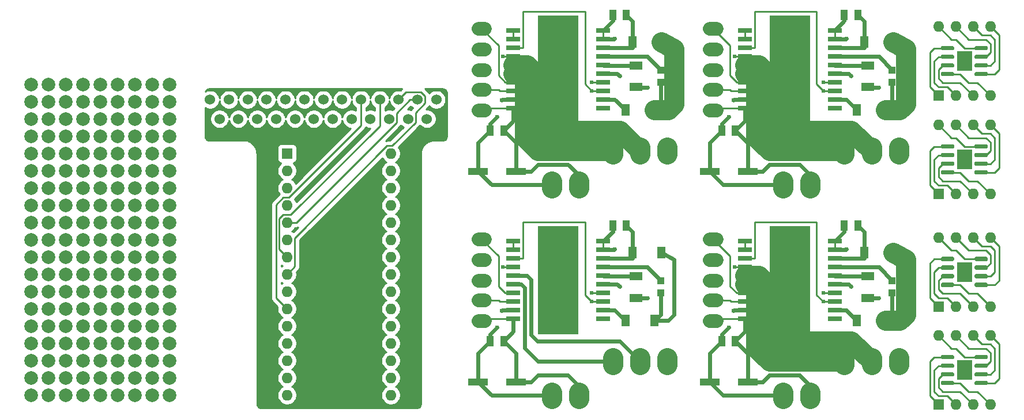
<source format=gtl>
%MOIN*%
%OFA0B0*%
%FSLAX46Y46*%
%IPPOS*%
%LPD*%
%ADD10C,0.01*%
%ADD11C,0.023622007874015746*%
%ADD12C,0.024015984251968506*%
%ADD13C,0.024000000000000004*%
%ADD14R,0.07874X0.025*%
%ADD15R,0.23622X0.62598401574803153*%
%ADD16R,0.04330700787401575X0.03937*%
%ADD17R,0.11811X0.03937*%
%ADD18R,0.05X0.065*%
%ADD19R,0.074802992125984263X0.047244015748031491*%
%ADD20R,0.03937X0.061024015748031506*%
%ADD21C,0.07874*%
%ADD22C,0.11811*%
%ADD33C,0.01*%
%ADD34C,0.023622007874015746*%
%ADD35C,0.024015984251968506*%
%ADD36C,0.024000000000000004*%
%ADD37R,0.07874X0.025*%
%ADD38R,0.23622X0.62598401574803153*%
%ADD39R,0.04330700787401575X0.03937*%
%ADD40R,0.11811X0.03937*%
%ADD41R,0.05X0.065*%
%ADD42R,0.074802992125984263X0.047244015748031491*%
%ADD43R,0.03937X0.061024015748031506*%
%ADD44C,0.07874*%
%ADD45C,0.11811*%
%ADD46C,0.01*%
%ADD47C,0.023622007874015746*%
%ADD48C,0.024015984251968506*%
%ADD49C,0.024000000000000004*%
%ADD50R,0.07874X0.025*%
%ADD51R,0.23622X0.62598401574803153*%
%ADD52R,0.04330700787401575X0.03937*%
%ADD53R,0.11811X0.03937*%
%ADD54R,0.05X0.065*%
%ADD55R,0.074802992125984263X0.047244015748031491*%
%ADD56R,0.03937X0.061024015748031506*%
%ADD57C,0.07874*%
%ADD58C,0.11811*%
%ADD59C,0.01*%
%ADD60C,0.023622007874015746*%
%ADD61C,0.024015984251968506*%
%ADD62C,0.024000000000000004*%
%ADD63R,0.07874X0.025*%
%ADD64R,0.23622X0.62598401574803153*%
%ADD65R,0.04330700787401575X0.03937*%
%ADD66R,0.11811X0.03937*%
%ADD67R,0.05X0.065*%
%ADD68R,0.074802992125984263X0.047244015748031491*%
%ADD69R,0.03937X0.061024015748031506*%
%ADD70C,0.07874*%
%ADD71C,0.11811*%
%ADD72C,0.060000000000000005*%
%ADD73O,0.062992125984251982X0.062992125984251982*%
%ADD74R,0.062992125984251982X0.062992125984251982*%
%ADD75C,0.00984251968503937*%
%ADD76C,0.01*%
%ADD77R,0.090157480314960639X0.11811023622047245*%
%ADD78O,0.062992125984251982X0.062992125984251982*%
%ADD79R,0.062992125984251982X0.062992125984251982*%
%ADD80C,0.00984251968503937*%
%ADD81R,0.090157480314960639X0.11811023622047245*%
%ADD82O,0.062992125984251982X0.062992125984251982*%
%ADD83R,0.062992125984251982X0.062992125984251982*%
%ADD84C,0.00984251968503937*%
%ADD85R,0.090157480314960639X0.11811023622047245*%
%ADD86O,0.062992125984251982X0.062992125984251982*%
%ADD87R,0.062992125984251982X0.062992125984251982*%
%ADD88C,0.00984251968503937*%
%ADD89R,0.090157480314960639X0.11811023622047245*%
%ADD90O,0.062992125984251982X0.062992125984251982*%
%ADD91R,0.062992125984251982X0.062992125984251982*%
%ADD92C,0.00984251968503937*%
%ADD93C,0.07874015748031496*%
G90*
G54D11*
G01X0002887637Y0000741692D02*
G01X0002932480Y0000741692D01*
G01X0002952480Y0000721692D01*
G01X0002952480Y0000371692D01*
G01X0003029921Y0000294251D01*
G01X0003462401Y0000294251D01*
G01X0003701850Y0000530511D02*
G01X0003782244Y0000531102D01*
G01X0003816771Y0000565629D01*
G01X0003816771Y0000884803D01*
G01X0003744251Y0000924212D01*
G01X0002887677Y0000791692D02*
G01X0002967559Y0000791692D01*
G01X0002989566Y0000769724D01*
G01X0002989566Y0000449015D01*
G01X0003026259Y0000412322D01*
G01X0003501850Y0000412322D01*
G01X0003619842Y0000294330D01*
G54D10*
G01X0002704566Y0001003228D02*
G01X0002802480Y0000905314D01*
G01X0002802480Y0000730314D01*
G01X0002839566Y0000693228D01*
G01X0002887677Y0000691692D01*
G54D11*
G01X0003407322Y0000591692D02*
G01X0003473622Y0000590511D01*
G01X0003534881Y0000530472D01*
G01X0003473622Y0000944881D02*
G01X0003470433Y0000941692D01*
G01X0003407322Y0000941692D01*
G54D10*
G01X0003407322Y0000991692D02*
G01X0003407322Y0000941692D01*
G01X0002887637Y0000991692D02*
G01X0002887598Y0000941692D01*
G01X0002704566Y0000528228D02*
G01X0002717992Y0000541692D01*
G01X0002887637Y0000541692D01*
G54D11*
G01X0003407322Y0000741692D02*
G01X0003487440Y0000741692D01*
G01X0003501811Y0000727322D01*
G01X0003407322Y0000791259D02*
G01X0003408858Y0000789685D01*
G01X0003597480Y0000789685D01*
G01X0003541181Y0001081653D02*
G01X0003577244Y0001045551D01*
G01X0003577244Y0000924173D01*
G01X0003407362Y0000891732D02*
G01X0003577244Y0000891732D01*
G01X0003577244Y0000924133D01*
G01X0003407322Y0000991692D02*
G01X0003462440Y0001046811D01*
G01X0003462440Y0001081653D01*
G01X0003597480Y0000663700D02*
G01X0003599448Y0000661692D01*
G01X0003662480Y0000661692D01*
G01X0002903346Y0000176102D02*
G01X0002989960Y0000176102D01*
G01X0003029370Y0000215511D01*
G01X0003203661Y0000215511D01*
G01X0003265551Y0000153622D01*
G01X0003265551Y0000097401D01*
G01X0002832519Y0000412362D02*
G01X0002903385Y0000341496D01*
G01X0002903385Y0000176141D01*
G01X0002832519Y0000412362D02*
G01X0002887637Y0000467480D01*
G01X0002887637Y0000541692D01*
G54D10*
G01X0002809055Y0000641692D02*
G01X0002887637Y0000641692D01*
G01X0003339566Y0000693228D02*
G01X0003341102Y0000691692D01*
G01X0003407322Y0000691692D01*
G01X0002827480Y0000841692D02*
G01X0002827480Y0000841692D01*
G01X0002887637Y0000841692D01*
G01X0002809055Y0000641692D02*
G01X0002802519Y0000648228D01*
G01X0002704566Y0000648228D01*
G01X0003339566Y0000643228D02*
G01X0003341062Y0000641732D01*
G01X0003407362Y0000641732D01*
G54D11*
G01X0003407244Y0000841692D02*
G01X0003663858Y0000841692D01*
G01X0003738070Y0000762795D01*
G54D10*
G01X0002887637Y0000641692D02*
G01X0002880748Y0000648582D01*
G54D11*
G01X0003701889Y0000530472D02*
G01X0003738031Y0000566574D01*
G01X0003738031Y0000691889D01*
G01X0002682874Y0000176141D02*
G01X0002761614Y0000097401D01*
G01X0003108070Y0000097401D01*
G01X0002819566Y0000588228D02*
G01X0002822992Y0000591692D01*
G01X0002887637Y0000591692D01*
G01X0002753779Y0000412362D02*
G01X0002753779Y0000451732D01*
G01X0002793149Y0000491141D01*
G01X0002753779Y0000412362D02*
G01X0002682874Y0000341496D01*
G01X0002682874Y0000176141D01*
G54D10*
G01X0003339566Y0000643228D02*
G01X0003302480Y0000680314D01*
G01X0003302480Y0001102322D01*
G01X0002944566Y0001102322D01*
G01X0002944566Y0000893228D01*
G01X0002887677Y0000891692D01*
G54D14*
G01X0002887637Y0000991692D03*
G01X0002887637Y0000941692D03*
G01X0002887637Y0000891692D03*
G01X0002887637Y0000841692D03*
G01X0002887637Y0000791692D03*
G01X0002887637Y0000741692D03*
G01X0002887637Y0000691692D03*
G01X0002887637Y0000641692D03*
G01X0002887637Y0000591692D03*
G01X0002887637Y0000541692D03*
G01X0003407283Y0000541692D03*
G01X0003407283Y0000591692D03*
G01X0003407283Y0000641692D03*
G01X0003407283Y0000691692D03*
G01X0003407283Y0000741692D03*
G01X0003407283Y0000791692D03*
G01X0003407283Y0000841692D03*
G01X0003407283Y0000891692D03*
G01X0003407283Y0000941692D03*
G01X0003407283Y0000991692D03*
G54D15*
G01X0003147480Y0000766692D03*
G54D16*
G01X0003737992Y0000762755D03*
G01X0003737992Y0000691889D03*
G54D17*
G01X0002682874Y0000176181D03*
G01X0002903385Y0000176181D03*
G54D18*
G01X0003534881Y0000530511D03*
G01X0003701929Y0000530511D03*
G01X0003744251Y0000924173D03*
G01X0003577244Y0000924173D03*
G54D19*
G01X0003597480Y0000789685D03*
G01X0003597480Y0000663700D03*
G54D20*
G01X0003462401Y0001081653D03*
G01X0003541141Y0001081653D03*
G01X0002753779Y0000412401D03*
G01X0002832519Y0000412401D03*
G54D12*
G01X0003339566Y0000693228D03*
G54D13*
G01X0002827480Y0000841692D03*
G01X0003339566Y0000643228D03*
G01X0003501771Y0000727322D03*
G01X0003662480Y0000661692D03*
G01X0003473582Y0000944881D03*
G01X0002793149Y0000491141D03*
G01X0002819566Y0000588228D03*
G54D21*
G01X0002684881Y0001003228D02*
G01X0002724251Y0001003228D01*
G01X0002684881Y0000883228D02*
G01X0002724251Y0000883228D01*
G01X0002684881Y0000763228D02*
G01X0002724251Y0000763228D01*
G01X0002684881Y0000648228D02*
G01X0002724251Y0000648228D01*
G01X0002684881Y0000528228D02*
G01X0002724251Y0000528228D01*
G54D22*
G01X0003108110Y0000117086D02*
G01X0003108110Y0000077716D01*
G01X0003265551Y0000117086D02*
G01X0003265551Y0000077716D01*
G01X0003777362Y0000313937D02*
G01X0003777362Y0000274566D01*
G01X0003619881Y0000313937D02*
G01X0003619881Y0000274566D01*
G01X0003462401Y0000313937D02*
G01X0003462401Y0000274566D01*
G04 next file*
G04 Layer: TopLayer*
G04 EasyEDA v6.3.53, 2020-06-26T16:53:54--4:00*
G04 395d111042f2402990e7a52cfaf045f1,10*
G04 Gerber Generator version 0.2*
G04 Scale: 100 percent, Rotated: No, Reflected: No *
G04 Dimensions in millimeters *
G04 leading zeros omitted , absolute positions ,3 integer and 3 decimal *
G90*
G04 skipping 71
D34*
G01X0002887637Y0001962125D02*
G01X0002932480Y0001962125D01*
G01X0002952480Y0001942125D01*
G01X0002952480Y0001592125D01*
G01X0003029921Y0001514685D01*
G01X0003462401Y0001514685D01*
G01X0003701850Y0001750944D02*
G01X0003782244Y0001751535D01*
G01X0003816771Y0001786062D01*
G01X0003816771Y0002105236D01*
G01X0003744251Y0002144645D01*
G01X0002887677Y0002012125D02*
G01X0002967559Y0002012125D01*
G01X0002989566Y0001990157D01*
G01X0002989566Y0001669448D01*
G01X0003026259Y0001632755D01*
G01X0003501850Y0001632755D01*
G01X0003619842Y0001514763D01*
D33*
G01X0002704566Y0002223661D02*
G01X0002802480Y0002125748D01*
G01X0002802480Y0001950748D01*
G01X0002839566Y0001913661D01*
G01X0002887677Y0001912125D01*
D34*
G01X0003407322Y0001812125D02*
G01X0003473622Y0001810944D01*
G01X0003534881Y0001750905D01*
G01X0003473622Y0002165314D02*
G01X0003470433Y0002162125D01*
G01X0003407322Y0002162125D01*
D33*
G01X0003407322Y0002212125D02*
G01X0003407322Y0002162125D01*
G01X0002887637Y0002212125D02*
G01X0002887598Y0002162125D01*
G01X0002704566Y0001748661D02*
G01X0002717992Y0001762125D01*
G01X0002887637Y0001762125D01*
D34*
G01X0003407322Y0001962125D02*
G01X0003487440Y0001962125D01*
G01X0003501811Y0001947755D01*
G01X0003407322Y0002011692D02*
G01X0003408858Y0002010118D01*
G01X0003597480Y0002010118D01*
G01X0003541181Y0002302086D02*
G01X0003577244Y0002265984D01*
G01X0003577244Y0002144606D01*
G01X0003407362Y0002112165D02*
G01X0003577244Y0002112165D01*
G01X0003577244Y0002144566D01*
G01X0003407322Y0002212125D02*
G01X0003462440Y0002267244D01*
G01X0003462440Y0002302086D01*
G01X0003597480Y0001884133D02*
G01X0003599448Y0001882125D01*
G01X0003662480Y0001882125D01*
G01X0002903346Y0001396535D02*
G01X0002989960Y0001396535D01*
G01X0003029370Y0001435944D01*
G01X0003203661Y0001435944D01*
G01X0003265551Y0001374055D01*
G01X0003265551Y0001317834D01*
G01X0002832519Y0001632795D02*
G01X0002903385Y0001561929D01*
G01X0002903385Y0001396574D01*
G01X0002832519Y0001632795D02*
G01X0002887637Y0001687913D01*
G01X0002887637Y0001762125D01*
D33*
G01X0002809055Y0001862125D02*
G01X0002887637Y0001862125D01*
G01X0003339566Y0001913661D02*
G01X0003341102Y0001912125D01*
G01X0003407322Y0001912125D01*
G01X0002827480Y0002062125D02*
G01X0002827480Y0002062125D01*
G01X0002887637Y0002062125D01*
G01X0002809055Y0001862125D02*
G01X0002802519Y0001868661D01*
G01X0002704566Y0001868661D01*
G01X0003339566Y0001863661D02*
G01X0003341062Y0001862165D01*
G01X0003407362Y0001862165D01*
D34*
G01X0003407244Y0002062125D02*
G01X0003663858Y0002062125D01*
G01X0003738070Y0001983228D01*
D33*
G01X0002887637Y0001862125D02*
G01X0002880748Y0001869015D01*
D34*
G01X0003701889Y0001750905D02*
G01X0003738031Y0001787007D01*
G01X0003738031Y0001912322D01*
G01X0002682874Y0001396574D02*
G01X0002761614Y0001317834D01*
G01X0003108070Y0001317834D01*
G01X0002819566Y0001808661D02*
G01X0002822992Y0001812125D01*
G01X0002887637Y0001812125D01*
G01X0002753779Y0001632795D02*
G01X0002753779Y0001672165D01*
G01X0002793149Y0001711574D01*
G01X0002753779Y0001632795D02*
G01X0002682874Y0001561929D01*
G01X0002682874Y0001396574D01*
D33*
G01X0003339566Y0001863661D02*
G01X0003302480Y0001900748D01*
G01X0003302480Y0002322755D01*
G01X0002944566Y0002322755D01*
G01X0002944566Y0002113661D01*
G01X0002887677Y0002112125D01*
D37*
G01X0002887637Y0002212125D03*
G01X0002887637Y0002162125D03*
G01X0002887637Y0002112125D03*
G01X0002887637Y0002062125D03*
G01X0002887637Y0002012125D03*
G01X0002887637Y0001962125D03*
G01X0002887637Y0001912125D03*
G01X0002887637Y0001862125D03*
G01X0002887637Y0001812125D03*
G01X0002887637Y0001762125D03*
G01X0003407283Y0001762125D03*
G01X0003407283Y0001812125D03*
G01X0003407283Y0001862125D03*
G01X0003407283Y0001912125D03*
G01X0003407283Y0001962125D03*
G01X0003407283Y0002012125D03*
G01X0003407283Y0002062125D03*
G01X0003407283Y0002112125D03*
G01X0003407283Y0002162125D03*
G01X0003407283Y0002212125D03*
D38*
G01X0003147480Y0001987125D03*
D39*
G01X0003737992Y0001983188D03*
G01X0003737992Y0001912322D03*
D40*
G01X0002682874Y0001396614D03*
G01X0002903385Y0001396614D03*
D41*
G01X0003534881Y0001750944D03*
G01X0003701929Y0001750944D03*
G01X0003744251Y0002144606D03*
G01X0003577244Y0002144606D03*
D42*
G01X0003597480Y0002010118D03*
G01X0003597480Y0001884133D03*
D43*
G01X0003462401Y0002302086D03*
G01X0003541141Y0002302086D03*
G01X0002753779Y0001632834D03*
G01X0002832519Y0001632834D03*
D35*
G01X0003339566Y0001913661D03*
D36*
G01X0002827480Y0002062125D03*
G01X0003339566Y0001863661D03*
G01X0003501771Y0001947755D03*
G01X0003662480Y0001882125D03*
G01X0003473582Y0002165314D03*
G01X0002793149Y0001711574D03*
G01X0002819566Y0001808661D03*
D44*
G01X0002684881Y0002223661D02*
G01X0002724251Y0002223661D01*
G01X0002684881Y0002103661D02*
G01X0002724251Y0002103661D01*
G01X0002684881Y0001983661D02*
G01X0002724251Y0001983661D01*
G01X0002684881Y0001868661D02*
G01X0002724251Y0001868661D01*
G01X0002684881Y0001748661D02*
G01X0002724251Y0001748661D01*
D45*
G01X0003108110Y0001337519D02*
G01X0003108110Y0001298149D01*
G01X0003265551Y0001337519D02*
G01X0003265551Y0001298149D01*
G01X0003777362Y0001534370D02*
G01X0003777362Y0001495000D01*
G01X0003619881Y0001534370D02*
G01X0003619881Y0001495000D01*
G01X0003462401Y0001534370D02*
G01X0003462401Y0001495000D01*
G04 next file*
G04 Layer: TopLayer*
G04 EasyEDA v6.3.53, 2020-06-26T16:53:54--4:00*
G04 395d111042f2402990e7a52cfaf045f1,10*
G04 Gerber Generator version 0.2*
G04 Scale: 100 percent, Rotated: No, Reflected: No *
G04 Dimensions in millimeters *
G04 leading zeros omitted , absolute positions ,3 integer and 3 decimal *
G90*
G04 skipping 71
D47*
G01X0004226220Y0000741692D02*
G01X0004271062Y0000741692D01*
G01X0004291062Y0000721692D01*
G01X0004291062Y0000371692D01*
G01X0004368503Y0000294251D01*
G01X0004800984Y0000294251D01*
G01X0005040433Y0000530511D02*
G01X0005120826Y0000531102D01*
G01X0005155354Y0000565629D01*
G01X0005155354Y0000884803D01*
G01X0005082834Y0000924212D01*
G01X0004226259Y0000791692D02*
G01X0004306141Y0000791692D01*
G01X0004328149Y0000769724D01*
G01X0004328149Y0000449015D01*
G01X0004364842Y0000412322D01*
G01X0004840433Y0000412322D01*
G01X0004958425Y0000294330D01*
D46*
G01X0004043149Y0001003228D02*
G01X0004141062Y0000905314D01*
G01X0004141062Y0000730314D01*
G01X0004178149Y0000693228D01*
G01X0004226259Y0000691692D01*
D47*
G01X0004745905Y0000591692D02*
G01X0004812204Y0000590511D01*
G01X0004873464Y0000530472D01*
G01X0004812204Y0000944881D02*
G01X0004809015Y0000941692D01*
G01X0004745905Y0000941692D01*
D46*
G01X0004745905Y0000991692D02*
G01X0004745905Y0000941692D01*
G01X0004226220Y0000991692D02*
G01X0004226181Y0000941692D01*
G01X0004043149Y0000528228D02*
G01X0004056574Y0000541692D01*
G01X0004226220Y0000541692D01*
D47*
G01X0004745905Y0000741692D02*
G01X0004826023Y0000741692D01*
G01X0004840393Y0000727322D01*
G01X0004745905Y0000791259D02*
G01X0004747440Y0000789685D01*
G01X0004936062Y0000789685D01*
G01X0004879763Y0001081653D02*
G01X0004915826Y0001045551D01*
G01X0004915826Y0000924173D01*
G01X0004745944Y0000891732D02*
G01X0004915826Y0000891732D01*
G01X0004915826Y0000924133D01*
G01X0004745905Y0000991692D02*
G01X0004801023Y0001046811D01*
G01X0004801023Y0001081653D01*
G01X0004936062Y0000663700D02*
G01X0004938031Y0000661692D01*
G01X0005001062Y0000661692D01*
G01X0004241929Y0000176102D02*
G01X0004328543Y0000176102D01*
G01X0004367952Y0000215511D01*
G01X0004542244Y0000215511D01*
G01X0004604133Y0000153622D01*
G01X0004604133Y0000097401D01*
G01X0004171102Y0000412362D02*
G01X0004241968Y0000341496D01*
G01X0004241968Y0000176141D01*
G01X0004171102Y0000412362D02*
G01X0004226220Y0000467480D01*
G01X0004226220Y0000541692D01*
D46*
G01X0004147637Y0000641692D02*
G01X0004226220Y0000641692D01*
G01X0004678149Y0000693228D02*
G01X0004679685Y0000691692D01*
G01X0004745905Y0000691692D01*
G01X0004166062Y0000841692D02*
G01X0004166062Y0000841692D01*
G01X0004226220Y0000841692D01*
G01X0004147637Y0000641692D02*
G01X0004141102Y0000648228D01*
G01X0004043149Y0000648228D01*
G01X0004678149Y0000643228D02*
G01X0004679645Y0000641732D01*
G01X0004745944Y0000641732D01*
D47*
G01X0004745826Y0000841692D02*
G01X0005002440Y0000841692D01*
G01X0005076653Y0000762795D01*
D46*
G01X0004226220Y0000641692D02*
G01X0004219330Y0000648582D01*
D47*
G01X0005040472Y0000530472D02*
G01X0005076614Y0000566574D01*
G01X0005076614Y0000691889D01*
G01X0004021456Y0000176141D02*
G01X0004100196Y0000097401D01*
G01X0004446653Y0000097401D01*
G01X0004158149Y0000588228D02*
G01X0004161574Y0000591692D01*
G01X0004226220Y0000591692D01*
G01X0004092362Y0000412362D02*
G01X0004092362Y0000451732D01*
G01X0004131732Y0000491141D01*
G01X0004092362Y0000412362D02*
G01X0004021456Y0000341496D01*
G01X0004021456Y0000176141D01*
D46*
G01X0004678149Y0000643228D02*
G01X0004641062Y0000680314D01*
G01X0004641062Y0001102322D01*
G01X0004283149Y0001102322D01*
G01X0004283149Y0000893228D01*
G01X0004226259Y0000891692D01*
D50*
G01X0004226220Y0000991692D03*
G01X0004226220Y0000941692D03*
G01X0004226220Y0000891692D03*
G01X0004226220Y0000841692D03*
G01X0004226220Y0000791692D03*
G01X0004226220Y0000741692D03*
G01X0004226220Y0000691692D03*
G01X0004226220Y0000641692D03*
G01X0004226220Y0000591692D03*
G01X0004226220Y0000541692D03*
G01X0004745866Y0000541692D03*
G01X0004745866Y0000591692D03*
G01X0004745866Y0000641692D03*
G01X0004745866Y0000691692D03*
G01X0004745866Y0000741692D03*
G01X0004745866Y0000791692D03*
G01X0004745866Y0000841692D03*
G01X0004745866Y0000891692D03*
G01X0004745866Y0000941692D03*
G01X0004745866Y0000991692D03*
D51*
G01X0004486062Y0000766692D03*
D52*
G01X0005076574Y0000762755D03*
G01X0005076574Y0000691889D03*
D53*
G01X0004021456Y0000176181D03*
G01X0004241968Y0000176181D03*
D54*
G01X0004873464Y0000530511D03*
G01X0005040511Y0000530511D03*
G01X0005082834Y0000924173D03*
G01X0004915826Y0000924173D03*
D55*
G01X0004936062Y0000789685D03*
G01X0004936062Y0000663700D03*
D56*
G01X0004800984Y0001081653D03*
G01X0004879724Y0001081653D03*
G01X0004092362Y0000412401D03*
G01X0004171102Y0000412401D03*
D48*
G01X0004678149Y0000693228D03*
D49*
G01X0004166062Y0000841692D03*
G01X0004678149Y0000643228D03*
G01X0004840354Y0000727322D03*
G01X0005001062Y0000661692D03*
G01X0004812165Y0000944881D03*
G01X0004131732Y0000491141D03*
G01X0004158149Y0000588228D03*
D57*
G01X0004023464Y0001003228D02*
G01X0004062834Y0001003228D01*
G01X0004023464Y0000883228D02*
G01X0004062834Y0000883228D01*
G01X0004023464Y0000763228D02*
G01X0004062834Y0000763228D01*
G01X0004023464Y0000648228D02*
G01X0004062834Y0000648228D01*
G01X0004023464Y0000528228D02*
G01X0004062834Y0000528228D01*
D58*
G01X0004446692Y0000117086D02*
G01X0004446692Y0000077716D01*
G01X0004604133Y0000117086D02*
G01X0004604133Y0000077716D01*
G01X0005115944Y0000313937D02*
G01X0005115944Y0000274566D01*
G01X0004958464Y0000313937D02*
G01X0004958464Y0000274566D01*
G01X0004800984Y0000313937D02*
G01X0004800984Y0000274566D01*
G04 next file*
G04 Layer: TopLayer*
G04 EasyEDA v6.3.53, 2020-06-26T16:53:54--4:00*
G04 395d111042f2402990e7a52cfaf045f1,10*
G04 Gerber Generator version 0.2*
G04 Scale: 100 percent, Rotated: No, Reflected: No *
G04 Dimensions in millimeters *
G04 leading zeros omitted , absolute positions ,3 integer and 3 decimal *
G90*
G04 skipping 71
D60*
G01X0004226220Y0001962125D02*
G01X0004271062Y0001962125D01*
G01X0004291062Y0001942125D01*
G01X0004291062Y0001592125D01*
G01X0004368503Y0001514685D01*
G01X0004800984Y0001514685D01*
G01X0005040433Y0001750944D02*
G01X0005120826Y0001751535D01*
G01X0005155354Y0001786062D01*
G01X0005155354Y0002105236D01*
G01X0005082834Y0002144645D01*
G01X0004226259Y0002012125D02*
G01X0004306141Y0002012125D01*
G01X0004328149Y0001990157D01*
G01X0004328149Y0001669448D01*
G01X0004364842Y0001632755D01*
G01X0004840433Y0001632755D01*
G01X0004958425Y0001514763D01*
D59*
G01X0004043149Y0002223661D02*
G01X0004141062Y0002125748D01*
G01X0004141062Y0001950748D01*
G01X0004178149Y0001913661D01*
G01X0004226259Y0001912125D01*
D60*
G01X0004745905Y0001812125D02*
G01X0004812204Y0001810944D01*
G01X0004873464Y0001750905D01*
G01X0004812204Y0002165314D02*
G01X0004809015Y0002162125D01*
G01X0004745905Y0002162125D01*
D59*
G01X0004745905Y0002212125D02*
G01X0004745905Y0002162125D01*
G01X0004226220Y0002212125D02*
G01X0004226181Y0002162125D01*
G01X0004043149Y0001748661D02*
G01X0004056574Y0001762125D01*
G01X0004226220Y0001762125D01*
D60*
G01X0004745905Y0001962125D02*
G01X0004826023Y0001962125D01*
G01X0004840393Y0001947755D01*
G01X0004745905Y0002011692D02*
G01X0004747440Y0002010118D01*
G01X0004936062Y0002010118D01*
G01X0004879763Y0002302086D02*
G01X0004915826Y0002265984D01*
G01X0004915826Y0002144606D01*
G01X0004745944Y0002112165D02*
G01X0004915826Y0002112165D01*
G01X0004915826Y0002144566D01*
G01X0004745905Y0002212125D02*
G01X0004801023Y0002267244D01*
G01X0004801023Y0002302086D01*
G01X0004936062Y0001884133D02*
G01X0004938031Y0001882125D01*
G01X0005001062Y0001882125D01*
G01X0004241929Y0001396535D02*
G01X0004328543Y0001396535D01*
G01X0004367952Y0001435944D01*
G01X0004542244Y0001435944D01*
G01X0004604133Y0001374055D01*
G01X0004604133Y0001317834D01*
G01X0004171102Y0001632795D02*
G01X0004241968Y0001561929D01*
G01X0004241968Y0001396574D01*
G01X0004171102Y0001632795D02*
G01X0004226220Y0001687913D01*
G01X0004226220Y0001762125D01*
D59*
G01X0004147637Y0001862125D02*
G01X0004226220Y0001862125D01*
G01X0004678149Y0001913661D02*
G01X0004679685Y0001912125D01*
G01X0004745905Y0001912125D01*
G01X0004166062Y0002062125D02*
G01X0004166062Y0002062125D01*
G01X0004226220Y0002062125D01*
G01X0004147637Y0001862125D02*
G01X0004141102Y0001868661D01*
G01X0004043149Y0001868661D01*
G01X0004678149Y0001863661D02*
G01X0004679645Y0001862165D01*
G01X0004745944Y0001862165D01*
D60*
G01X0004745826Y0002062125D02*
G01X0005002440Y0002062125D01*
G01X0005076653Y0001983228D01*
D59*
G01X0004226220Y0001862125D02*
G01X0004219330Y0001869015D01*
D60*
G01X0005040472Y0001750905D02*
G01X0005076614Y0001787007D01*
G01X0005076614Y0001912322D01*
G01X0004021456Y0001396574D02*
G01X0004100196Y0001317834D01*
G01X0004446653Y0001317834D01*
G01X0004158149Y0001808661D02*
G01X0004161574Y0001812125D01*
G01X0004226220Y0001812125D01*
G01X0004092362Y0001632795D02*
G01X0004092362Y0001672165D01*
G01X0004131732Y0001711574D01*
G01X0004092362Y0001632795D02*
G01X0004021456Y0001561929D01*
G01X0004021456Y0001396574D01*
D59*
G01X0004678149Y0001863661D02*
G01X0004641062Y0001900748D01*
G01X0004641062Y0002322755D01*
G01X0004283149Y0002322755D01*
G01X0004283149Y0002113661D01*
G01X0004226259Y0002112125D01*
D63*
G01X0004226220Y0002212125D03*
G01X0004226220Y0002162125D03*
G01X0004226220Y0002112125D03*
G01X0004226220Y0002062125D03*
G01X0004226220Y0002012125D03*
G01X0004226220Y0001962125D03*
G01X0004226220Y0001912125D03*
G01X0004226220Y0001862125D03*
G01X0004226220Y0001812125D03*
G01X0004226220Y0001762125D03*
G01X0004745866Y0001762125D03*
G01X0004745866Y0001812125D03*
G01X0004745866Y0001862125D03*
G01X0004745866Y0001912125D03*
G01X0004745866Y0001962125D03*
G01X0004745866Y0002012125D03*
G01X0004745866Y0002062125D03*
G01X0004745866Y0002112125D03*
G01X0004745866Y0002162125D03*
G01X0004745866Y0002212125D03*
D64*
G01X0004486062Y0001987125D03*
D65*
G01X0005076574Y0001983188D03*
G01X0005076574Y0001912322D03*
D66*
G01X0004021456Y0001396614D03*
G01X0004241968Y0001396614D03*
D67*
G01X0004873464Y0001750944D03*
G01X0005040511Y0001750944D03*
G01X0005082834Y0002144606D03*
G01X0004915826Y0002144606D03*
D68*
G01X0004936062Y0002010118D03*
G01X0004936062Y0001884133D03*
D69*
G01X0004800984Y0002302086D03*
G01X0004879724Y0002302086D03*
G01X0004092362Y0001632834D03*
G01X0004171102Y0001632834D03*
D61*
G01X0004678149Y0001913661D03*
D62*
G01X0004166062Y0002062125D03*
G01X0004678149Y0001863661D03*
G01X0004840354Y0001947755D03*
G01X0005001062Y0001882125D03*
G01X0004812165Y0002165314D03*
G01X0004131732Y0001711574D03*
G01X0004158149Y0001808661D03*
D70*
G01X0004023464Y0002223661D02*
G01X0004062834Y0002223661D01*
G01X0004023464Y0002103661D02*
G01X0004062834Y0002103661D01*
G01X0004023464Y0001983661D02*
G01X0004062834Y0001983661D01*
G01X0004023464Y0001868661D02*
G01X0004062834Y0001868661D01*
G01X0004023464Y0001748661D02*
G01X0004062834Y0001748661D01*
D71*
G01X0004446692Y0001337519D02*
G01X0004446692Y0001298149D01*
G01X0004604133Y0001337519D02*
G01X0004604133Y0001298149D01*
G01X0005115944Y0001534370D02*
G01X0005115944Y0001495000D01*
G01X0004958464Y0001534370D02*
G01X0004958464Y0001495000D01*
G01X0004800984Y0001534370D02*
G01X0004800984Y0001495000D01*
G04 next file*
G04 Gerber Fmt 4.6, Leading zero omitted, Abs format (unit mm)*
G04 Created by KiCad (PCBNEW (5.1.6)-1) date 2020-09-18 20:45:58*
G01*
G04 APERTURE LIST*
G04 APERTURE END LIST*
D72*
X-0003771259Y0004750000D02*
X0001134240Y0001812000D03*
X0001243240Y0001812000D03*
X0001352240Y0001812000D03*
X0001461240Y0001812000D03*
X0001570240Y0001812000D03*
X0001679240Y0001812000D03*
X0001788240Y0001812000D03*
X0001897240Y0001812000D03*
X0002006240Y0001812000D03*
X0002115240Y0001812000D03*
X0002224240Y0001812000D03*
X0002333240Y0001812000D03*
X0002442240Y0001812000D03*
X0001188740Y0001700000D03*
X0001297740Y0001700000D03*
X0001406740Y0001700000D03*
X0001515740Y0001700000D03*
X0001624740Y0001700000D03*
X0001733740Y0001700000D03*
X0001842740Y0001700000D03*
X0001951740Y0001700000D03*
X0002060740Y0001700000D03*
X0002169740Y0001700000D03*
X0002278740Y0001700000D03*
X0002387740Y0001700000D03*
D73*
X0002178740Y0000100000D03*
X0001578740Y0000100000D03*
X0002178740Y0001500000D03*
X0001578740Y0000200000D03*
X0002178740Y0001400000D03*
X0001578740Y0000300000D03*
X0002178740Y0001300000D03*
X0001578740Y0000400000D03*
X0002178740Y0001200000D03*
X0001578740Y0000500000D03*
X0002178740Y0001100000D03*
X0001578740Y0000600000D03*
X0002178740Y0001000000D03*
X0001578740Y0000700000D03*
X0002178740Y0000900000D03*
X0001578740Y0000800000D03*
X0002178740Y0000800000D03*
X0001578740Y0000900000D03*
X0002178740Y0000700000D03*
X0001578740Y0001000000D03*
X0002178740Y0000600000D03*
X0001578740Y0001100000D03*
X0002178740Y0000500000D03*
X0001578740Y0001200000D03*
X0002178740Y0000400000D03*
X0001578740Y0001300000D03*
X0002178740Y0000300000D03*
X0001578740Y0001400000D03*
X0002178740Y0000200000D03*
D74*
X0001578740Y0001500000D03*
D75*
X0001557480Y0001244291D02*
X0001516731Y0001203543D01*
X0001516731Y0000662008D02*
X0001578740Y0000600000D01*
X0001516731Y0001203543D02*
X0001516731Y0000662008D01*
X0001588582Y0001244291D02*
X0001557480Y0001244291D01*
X0002006240Y0001661948D02*
X0001588582Y0001244291D01*
X0002006240Y0001812000D02*
X0002006240Y0001661948D01*
X0002157480Y0001544291D02*
X0001623031Y0001009842D01*
X0002186368Y0001544291D02*
X0002157480Y0001544291D01*
X0001623031Y0000844291D02*
X0001578740Y0000800000D01*
X0002321535Y0001679458D02*
X0002186368Y0001544291D01*
X0002321535Y0001736958D02*
X0002321535Y0001679458D01*
X0002376035Y0001791458D02*
X0002321535Y0001736958D01*
X0002376035Y0001832541D02*
X0002376035Y0001791458D01*
X0001623031Y0001009842D02*
X0001623031Y0000844291D01*
X0002353781Y0001854795D02*
X0002376035Y0001832541D01*
X0002267035Y0001854795D02*
X0002353781Y0001854795D01*
X0002224240Y0001812000D02*
X0002267035Y0001854795D01*
X0001534448Y0000944291D02*
X0001578740Y0000900000D01*
X0001534448Y0001121259D02*
X0001534448Y0000944291D01*
X0001557480Y0001144291D02*
X0001534448Y0001121259D01*
X0001600000Y0001144291D02*
X0001557480Y0001144291D01*
X0002115240Y0001659531D02*
X0001600000Y0001144291D01*
X0002115240Y0001812000D02*
X0002115240Y0001659531D01*
X0001633077Y0001100000D02*
X0001578740Y0001100000D01*
X0002212535Y0001679458D02*
X0001633077Y0001100000D01*
X0002212535Y0001733721D02*
X0002212535Y0001679458D01*
X0002290813Y0001812000D02*
X0002212535Y0001733721D01*
X0002333240Y0001812000D02*
X0002290813Y0001812000D01*
D76*
G36*
X0002483380Y0001873436D02*
G01*
X0002487844Y0001872088D01*
X0002491961Y0001869899D01*
X0002495574Y0001866952D01*
X0002498546Y0001863359D01*
X0002500764Y0001859258D01*
X0002502143Y0001854804D01*
X0002502755Y0001848975D01*
X0002502755Y0001601270D01*
X0002502176Y0001595359D01*
X0002500828Y0001590895D01*
X0002498639Y0001586778D01*
X0002495692Y0001583165D01*
X0002492099Y0001580193D01*
X0002487998Y0001577975D01*
X0002483544Y0001576596D01*
X0002477715Y0001575984D01*
X0002427463Y0001575984D01*
X0002426343Y0001575873D01*
X0002426036Y0001575876D01*
X0002425675Y0001575840D01*
X0002415970Y0001574820D01*
X0002413662Y0001574347D01*
X0002411349Y0001573905D01*
X0002411002Y0001573800D01*
X0002401680Y0001570915D01*
X0002399510Y0001570002D01*
X0002397325Y0001569120D01*
X0002397005Y0001568950D01*
X0002388421Y0001564308D01*
X0002386470Y0001562992D01*
X0002384498Y0001561702D01*
X0002384217Y0001561473D01*
X0002376698Y0001555252D01*
X0002375039Y0001553582D01*
X0002373356Y0001551934D01*
X0002373125Y0001551654D01*
X0002366957Y0001544092D01*
X0002365655Y0001542132D01*
X0002364323Y0001540187D01*
X0002364151Y0001539868D01*
X0002359570Y0001531252D01*
X0002358673Y0001529076D01*
X0002357744Y0001526910D01*
X0002357637Y0001526563D01*
X0002354817Y0001517222D01*
X0002354359Y0001514911D01*
X0002353870Y0001512608D01*
X0002353832Y0001512247D01*
X0002352879Y0001502535D01*
X0002352879Y0001502535D01*
X0002352755Y0001501276D01*
X0002352755Y0000051270D01*
X0002352176Y0000045359D01*
X0002350828Y0000040895D01*
X0002348639Y0000036778D01*
X0002345692Y0000033165D01*
X0002342099Y0000030193D01*
X0002337998Y0000027975D01*
X0002333544Y0000026596D01*
X0002327715Y0000025984D01*
X0001430010Y0000025984D01*
X0001424099Y0000026563D01*
X0001419635Y0000027911D01*
X0001415518Y0000030100D01*
X0001411905Y0000033047D01*
X0001408933Y0000036640D01*
X0001406715Y0000040741D01*
X0001405336Y0000045195D01*
X0001404724Y0000051024D01*
X0001404724Y0001501276D01*
X0001404614Y0001502396D01*
X0001404616Y0001502704D01*
X0001404580Y0001503065D01*
X0001403560Y0001512769D01*
X0001403087Y0001515077D01*
X0001402645Y0001517390D01*
X0001402541Y0001517737D01*
X0001399655Y0001527059D01*
X0001398743Y0001529230D01*
X0001397860Y0001531414D01*
X0001397690Y0001531734D01*
X0001393049Y0001540318D01*
X0001391732Y0001542269D01*
X0001390442Y0001544241D01*
X0001390213Y0001544522D01*
X0001383992Y0001552041D01*
X0001382322Y0001553700D01*
X0001380674Y0001555383D01*
X0001380394Y0001555614D01*
X0001372832Y0001561782D01*
X0001370872Y0001563084D01*
X0001368927Y0001564416D01*
X0001368608Y0001564588D01*
X0001359992Y0001569170D01*
X0001357816Y0001570067D01*
X0001355650Y0001570995D01*
X0001355303Y0001571102D01*
X0001345962Y0001573922D01*
X0001343651Y0001574380D01*
X0001341348Y0001574870D01*
X0001340987Y0001574908D01*
X0001340987Y0001574908D01*
X0001331275Y0001575860D01*
X0001331275Y0001575860D01*
X0001330016Y0001575984D01*
X0001130010Y0001575984D01*
X0001124099Y0001576563D01*
X0001119635Y0001577911D01*
X0001115518Y0001580100D01*
X0001111905Y0001583047D01*
X0001108933Y0001586640D01*
X0001106715Y0001590741D01*
X0001105336Y0001595195D01*
X0001104724Y0001601024D01*
X0001104724Y0001765573D01*
X0001108187Y0001763259D01*
X0001118197Y0001759113D01*
X0001128823Y0001757000D01*
X0001139657Y0001757000D01*
X0001150283Y0001759113D01*
X0001160292Y0001763259D01*
X0001169300Y0001769278D01*
X0001176961Y0001776939D01*
X0001182980Y0001785947D01*
X0001187126Y0001795957D01*
X0001188740Y0001804069D01*
X0001190353Y0001795957D01*
X0001194499Y0001785947D01*
X0001200518Y0001776939D01*
X0001208179Y0001769278D01*
X0001217187Y0001763259D01*
X0001227197Y0001759113D01*
X0001237823Y0001757000D01*
X0001248657Y0001757000D01*
X0001259283Y0001759113D01*
X0001269292Y0001763259D01*
X0001278300Y0001769278D01*
X0001285961Y0001776939D01*
X0001291980Y0001785947D01*
X0001296126Y0001795957D01*
X0001297740Y0001804069D01*
X0001299353Y0001795957D01*
X0001303499Y0001785947D01*
X0001309518Y0001776939D01*
X0001317179Y0001769278D01*
X0001326187Y0001763259D01*
X0001336197Y0001759113D01*
X0001346823Y0001757000D01*
X0001357657Y0001757000D01*
X0001368283Y0001759113D01*
X0001378292Y0001763259D01*
X0001387300Y0001769278D01*
X0001394961Y0001776939D01*
X0001400980Y0001785947D01*
X0001405126Y0001795957D01*
X0001406740Y0001804069D01*
X0001408353Y0001795957D01*
X0001412499Y0001785947D01*
X0001418518Y0001776939D01*
X0001426179Y0001769278D01*
X0001435187Y0001763259D01*
X0001445197Y0001759113D01*
X0001455823Y0001757000D01*
X0001466657Y0001757000D01*
X0001477283Y0001759113D01*
X0001487292Y0001763259D01*
X0001496300Y0001769278D01*
X0001503961Y0001776939D01*
X0001509980Y0001785947D01*
X0001514126Y0001795957D01*
X0001515740Y0001804069D01*
X0001517353Y0001795957D01*
X0001521499Y0001785947D01*
X0001527518Y0001776939D01*
X0001535179Y0001769278D01*
X0001544187Y0001763259D01*
X0001554197Y0001759113D01*
X0001564823Y0001757000D01*
X0001575657Y0001757000D01*
X0001586283Y0001759113D01*
X0001596292Y0001763259D01*
X0001605300Y0001769278D01*
X0001612961Y0001776939D01*
X0001618980Y0001785947D01*
X0001623126Y0001795957D01*
X0001624740Y0001804069D01*
X0001626353Y0001795957D01*
X0001630499Y0001785947D01*
X0001636518Y0001776939D01*
X0001644179Y0001769278D01*
X0001653187Y0001763259D01*
X0001663197Y0001759113D01*
X0001673823Y0001757000D01*
X0001684657Y0001757000D01*
X0001695283Y0001759113D01*
X0001705292Y0001763259D01*
X0001714300Y0001769278D01*
X0001721961Y0001776939D01*
X0001727980Y0001785947D01*
X0001732126Y0001795957D01*
X0001733740Y0001804069D01*
X0001735353Y0001795957D01*
X0001739499Y0001785947D01*
X0001745518Y0001776939D01*
X0001753179Y0001769278D01*
X0001762187Y0001763259D01*
X0001772197Y0001759113D01*
X0001782823Y0001757000D01*
X0001793657Y0001757000D01*
X0001804283Y0001759113D01*
X0001814292Y0001763259D01*
X0001823300Y0001769278D01*
X0001830961Y0001776939D01*
X0001836980Y0001785947D01*
X0001841126Y0001795957D01*
X0001842740Y0001804069D01*
X0001844353Y0001795957D01*
X0001848499Y0001785947D01*
X0001854518Y0001776939D01*
X0001862179Y0001769278D01*
X0001871187Y0001763259D01*
X0001881197Y0001759113D01*
X0001891823Y0001757000D01*
X0001902657Y0001757000D01*
X0001913283Y0001759113D01*
X0001923292Y0001763259D01*
X0001932300Y0001769278D01*
X0001939961Y0001776939D01*
X0001945980Y0001785947D01*
X0001950126Y0001795957D01*
X0001951740Y0001804069D01*
X0001953353Y0001795957D01*
X0001957499Y0001785947D01*
X0001963518Y0001776939D01*
X0001971179Y0001769278D01*
X0001976318Y0001765844D01*
X0001976318Y0001749350D01*
X0001967783Y0001752886D01*
X0001957157Y0001755000D01*
X0001946323Y0001755000D01*
X0001935697Y0001752886D01*
X0001925687Y0001748740D01*
X0001916679Y0001742721D01*
X0001909018Y0001735060D01*
X0001902999Y0001726052D01*
X0001898853Y0001716042D01*
X0001897240Y0001707930D01*
X0001895626Y0001716042D01*
X0001891480Y0001726052D01*
X0001885461Y0001735060D01*
X0001877800Y0001742721D01*
X0001868792Y0001748740D01*
X0001858783Y0001752886D01*
X0001848157Y0001755000D01*
X0001837323Y0001755000D01*
X0001826697Y0001752886D01*
X0001816687Y0001748740D01*
X0001807679Y0001742721D01*
X0001800018Y0001735060D01*
X0001793999Y0001726052D01*
X0001789853Y0001716042D01*
X0001788240Y0001707930D01*
X0001786626Y0001716042D01*
X0001782480Y0001726052D01*
X0001776461Y0001735060D01*
X0001768800Y0001742721D01*
X0001759792Y0001748740D01*
X0001749783Y0001752886D01*
X0001739157Y0001755000D01*
X0001728323Y0001755000D01*
X0001717697Y0001752886D01*
X0001707687Y0001748740D01*
X0001698679Y0001742721D01*
X0001691018Y0001735060D01*
X0001684999Y0001726052D01*
X0001680853Y0001716042D01*
X0001679240Y0001707930D01*
X0001677626Y0001716042D01*
X0001673480Y0001726052D01*
X0001667461Y0001735060D01*
X0001659800Y0001742721D01*
X0001650792Y0001748740D01*
X0001640783Y0001752886D01*
X0001630157Y0001755000D01*
X0001619323Y0001755000D01*
X0001608697Y0001752886D01*
X0001598687Y0001748740D01*
X0001589679Y0001742721D01*
X0001582018Y0001735060D01*
X0001575999Y0001726052D01*
X0001571853Y0001716042D01*
X0001570240Y0001707930D01*
X0001568626Y0001716042D01*
X0001564480Y0001726052D01*
X0001558461Y0001735060D01*
X0001550800Y0001742721D01*
X0001541792Y0001748740D01*
X0001531783Y0001752886D01*
X0001521157Y0001755000D01*
X0001510323Y0001755000D01*
X0001499697Y0001752886D01*
X0001489687Y0001748740D01*
X0001480679Y0001742721D01*
X0001473018Y0001735060D01*
X0001466999Y0001726052D01*
X0001462853Y0001716042D01*
X0001461240Y0001707930D01*
X0001459626Y0001716042D01*
X0001455480Y0001726052D01*
X0001449461Y0001735060D01*
X0001441800Y0001742721D01*
X0001432792Y0001748740D01*
X0001422783Y0001752886D01*
X0001412157Y0001755000D01*
X0001401323Y0001755000D01*
X0001390697Y0001752886D01*
X0001380687Y0001748740D01*
X0001371679Y0001742721D01*
X0001364018Y0001735060D01*
X0001357999Y0001726052D01*
X0001353853Y0001716042D01*
X0001352240Y0001707930D01*
X0001350626Y0001716042D01*
X0001346480Y0001726052D01*
X0001340461Y0001735060D01*
X0001332800Y0001742721D01*
X0001323792Y0001748740D01*
X0001313783Y0001752886D01*
X0001303157Y0001755000D01*
X0001292323Y0001755000D01*
X0001281697Y0001752886D01*
X0001271687Y0001748740D01*
X0001262679Y0001742721D01*
X0001255018Y0001735060D01*
X0001248999Y0001726052D01*
X0001244853Y0001716042D01*
X0001243240Y0001707930D01*
X0001241626Y0001716042D01*
X0001237480Y0001726052D01*
X0001231461Y0001735060D01*
X0001223800Y0001742721D01*
X0001214792Y0001748740D01*
X0001204783Y0001752886D01*
X0001194157Y0001755000D01*
X0001183323Y0001755000D01*
X0001172697Y0001752886D01*
X0001162687Y0001748740D01*
X0001153679Y0001742721D01*
X0001146018Y0001735060D01*
X0001139999Y0001726052D01*
X0001135853Y0001716042D01*
X0001133740Y0001705417D01*
X0001133740Y0001694583D01*
X0001135853Y0001683957D01*
X0001139999Y0001673947D01*
X0001146018Y0001664939D01*
X0001153679Y0001657278D01*
X0001162687Y0001651259D01*
X0001172697Y0001647113D01*
X0001183323Y0001645000D01*
X0001194157Y0001645000D01*
X0001204783Y0001647113D01*
X0001214792Y0001651259D01*
X0001223800Y0001657278D01*
X0001231461Y0001664939D01*
X0001237480Y0001673947D01*
X0001241626Y0001683957D01*
X0001243240Y0001692069D01*
X0001244853Y0001683957D01*
X0001248999Y0001673947D01*
X0001255018Y0001664939D01*
X0001262679Y0001657278D01*
X0001271687Y0001651259D01*
X0001281697Y0001647113D01*
X0001292323Y0001645000D01*
X0001303157Y0001645000D01*
X0001313783Y0001647113D01*
X0001323792Y0001651259D01*
X0001332800Y0001657278D01*
X0001340461Y0001664939D01*
X0001346480Y0001673947D01*
X0001350626Y0001683957D01*
X0001352240Y0001692069D01*
X0001353853Y0001683957D01*
X0001357999Y0001673947D01*
X0001364018Y0001664939D01*
X0001371679Y0001657278D01*
X0001380687Y0001651259D01*
X0001390697Y0001647113D01*
X0001401323Y0001645000D01*
X0001412157Y0001645000D01*
X0001422783Y0001647113D01*
X0001432792Y0001651259D01*
X0001441800Y0001657278D01*
X0001449461Y0001664939D01*
X0001455480Y0001673947D01*
X0001459626Y0001683957D01*
X0001461240Y0001692069D01*
X0001462853Y0001683957D01*
X0001466999Y0001673947D01*
X0001473018Y0001664939D01*
X0001480679Y0001657278D01*
X0001489687Y0001651259D01*
X0001499697Y0001647113D01*
X0001510323Y0001645000D01*
X0001521157Y0001645000D01*
X0001531783Y0001647113D01*
X0001541792Y0001651259D01*
X0001550800Y0001657278D01*
X0001558461Y0001664939D01*
X0001564480Y0001673947D01*
X0001568626Y0001683957D01*
X0001570240Y0001692069D01*
X0001571853Y0001683957D01*
X0001575999Y0001673947D01*
X0001582018Y0001664939D01*
X0001589679Y0001657278D01*
X0001598687Y0001651259D01*
X0001608697Y0001647113D01*
X0001619323Y0001645000D01*
X0001630157Y0001645000D01*
X0001640783Y0001647113D01*
X0001650792Y0001651259D01*
X0001659800Y0001657278D01*
X0001667461Y0001664939D01*
X0001673480Y0001673947D01*
X0001677626Y0001683957D01*
X0001679240Y0001692069D01*
X0001680853Y0001683957D01*
X0001684999Y0001673947D01*
X0001691018Y0001664939D01*
X0001698679Y0001657278D01*
X0001707687Y0001651259D01*
X0001717697Y0001647113D01*
X0001728323Y0001645000D01*
X0001739157Y0001645000D01*
X0001749783Y0001647113D01*
X0001759792Y0001651259D01*
X0001768800Y0001657278D01*
X0001776461Y0001664939D01*
X0001782480Y0001673947D01*
X0001786626Y0001683957D01*
X0001788240Y0001692069D01*
X0001789853Y0001683957D01*
X0001793999Y0001673947D01*
X0001800018Y0001664939D01*
X0001807679Y0001657278D01*
X0001816687Y0001651259D01*
X0001826697Y0001647113D01*
X0001837323Y0001645000D01*
X0001848157Y0001645000D01*
X0001858783Y0001647113D01*
X0001868792Y0001651259D01*
X0001877800Y0001657278D01*
X0001885461Y0001664939D01*
X0001891480Y0001673947D01*
X0001895626Y0001683957D01*
X0001897240Y0001692069D01*
X0001898853Y0001683957D01*
X0001902999Y0001673947D01*
X0001909018Y0001664939D01*
X0001916679Y0001657278D01*
X0001925687Y0001651259D01*
X0001935697Y0001647113D01*
X0001946323Y0001645000D01*
X0001946976Y0001645000D01*
X0001628778Y0001326802D01*
X0001622623Y0001336014D01*
X0001614754Y0001343883D01*
X0001605600Y0001350000D01*
X0001614754Y0001356116D01*
X0001622623Y0001363985D01*
X0001628806Y0001373239D01*
X0001633065Y0001383520D01*
X0001635236Y0001394435D01*
X0001635236Y0001405564D01*
X0001633065Y0001416479D01*
X0001628806Y0001426760D01*
X0001622623Y0001436014D01*
X0001614804Y0001443832D01*
X0001615137Y0001443865D01*
X0001619849Y0001445295D01*
X0001624192Y0001447616D01*
X0001627999Y0001450740D01*
X0001631123Y0001454547D01*
X0001633444Y0001458890D01*
X0001634874Y0001463603D01*
X0001635357Y0001468503D01*
X0001635357Y0001531496D01*
X0001634874Y0001536396D01*
X0001633444Y0001541109D01*
X0001631123Y0001545452D01*
X0001627999Y0001549259D01*
X0001624192Y0001552383D01*
X0001619849Y0001554704D01*
X0001615137Y0001556134D01*
X0001610236Y0001556617D01*
X0001547244Y0001556617D01*
X0001542343Y0001556134D01*
X0001537630Y0001554704D01*
X0001533287Y0001552383D01*
X0001529480Y0001549259D01*
X0001526356Y0001545452D01*
X0001524035Y0001541109D01*
X0001522605Y0001536396D01*
X0001522123Y0001531496D01*
X0001522123Y0001468503D01*
X0001522605Y0001463603D01*
X0001524035Y0001458890D01*
X0001526356Y0001454547D01*
X0001529480Y0001450740D01*
X0001533287Y0001447616D01*
X0001537630Y0001445295D01*
X0001542343Y0001443865D01*
X0001542675Y0001443832D01*
X0001534856Y0001436014D01*
X0001528673Y0001426760D01*
X0001524415Y0001416479D01*
X0001522244Y0001405564D01*
X0001522244Y0001394435D01*
X0001524415Y0001383520D01*
X0001528673Y0001373239D01*
X0001534856Y0001363985D01*
X0001542725Y0001356116D01*
X0001551880Y0001350000D01*
X0001542725Y0001343883D01*
X0001534856Y0001336014D01*
X0001528673Y0001326760D01*
X0001524415Y0001316479D01*
X0001522244Y0001305564D01*
X0001522244Y0001294435D01*
X0001524415Y0001283520D01*
X0001528673Y0001273239D01*
X0001534856Y0001263985D01*
X0001534858Y0001263984D01*
X0001496613Y0001225740D01*
X0001495471Y0001224802D01*
X0001494018Y0001223031D01*
X0001491732Y0001220246D01*
X0001491222Y0001219292D01*
X0001488954Y0001215048D01*
X0001487243Y0001209408D01*
X0001486810Y0001205012D01*
X0001486810Y0001205012D01*
X0001486665Y0001203543D01*
X0001486810Y0001202073D01*
X0001486810Y0000663478D01*
X0001486665Y0000662008D01*
X0001487243Y0000656142D01*
X0001488954Y0000650502D01*
X0001491732Y0000645304D01*
X0001494535Y0000641890D01*
X0001495472Y0000640748D01*
X0001496613Y0000639811D01*
X0001523673Y0000612751D01*
X0001522244Y0000605564D01*
X0001522244Y0000594435D01*
X0001524415Y0000583520D01*
X0001528673Y0000573239D01*
X0001534856Y0000563985D01*
X0001542725Y0000556116D01*
X0001551880Y0000550000D01*
X0001542725Y0000543883D01*
X0001534856Y0000536014D01*
X0001528673Y0000526760D01*
X0001524415Y0000516479D01*
X0001522244Y0000505564D01*
X0001522244Y0000494435D01*
X0001524415Y0000483520D01*
X0001528673Y0000473239D01*
X0001534856Y0000463985D01*
X0001542725Y0000456116D01*
X0001551880Y0000450000D01*
X0001542725Y0000443883D01*
X0001534856Y0000436014D01*
X0001528673Y0000426760D01*
X0001524415Y0000416479D01*
X0001522244Y0000405564D01*
X0001522244Y0000394435D01*
X0001524415Y0000383520D01*
X0001528673Y0000373239D01*
X0001534856Y0000363985D01*
X0001542725Y0000356116D01*
X0001551880Y0000350000D01*
X0001542725Y0000343883D01*
X0001534856Y0000336014D01*
X0001528673Y0000326760D01*
X0001524415Y0000316479D01*
X0001522244Y0000305564D01*
X0001522244Y0000294435D01*
X0001524415Y0000283520D01*
X0001528673Y0000273239D01*
X0001534856Y0000263985D01*
X0001542725Y0000256116D01*
X0001551880Y0000250000D01*
X0001542725Y0000243883D01*
X0001534856Y0000236014D01*
X0001528673Y0000226760D01*
X0001524415Y0000216479D01*
X0001522244Y0000205564D01*
X0001522244Y0000194435D01*
X0001524415Y0000183520D01*
X0001528673Y0000173239D01*
X0001534856Y0000163985D01*
X0001542725Y0000156116D01*
X0001551880Y0000150000D01*
X0001542725Y0000143883D01*
X0001534856Y0000136014D01*
X0001528673Y0000126760D01*
X0001524415Y0000116479D01*
X0001522244Y0000105564D01*
X0001522244Y0000094435D01*
X0001524415Y0000083520D01*
X0001528673Y0000073239D01*
X0001534856Y0000063985D01*
X0001542725Y0000056116D01*
X0001551979Y0000049933D01*
X0001562260Y0000045675D01*
X0001573175Y0000043503D01*
X0001584304Y0000043503D01*
X0001595219Y0000045675D01*
X0001605501Y0000049933D01*
X0001614754Y0000056116D01*
X0001622623Y0000063985D01*
X0001628806Y0000073239D01*
X0001633065Y0000083520D01*
X0001635236Y0000094435D01*
X0001635236Y0000105564D01*
X0001633065Y0000116479D01*
X0001628806Y0000126760D01*
X0001622623Y0000136014D01*
X0001614754Y0000143883D01*
X0001605600Y0000150000D01*
X0001614754Y0000156116D01*
X0001622623Y0000163985D01*
X0001628806Y0000173239D01*
X0001633065Y0000183520D01*
X0001635236Y0000194435D01*
X0001635236Y0000205564D01*
X0001633065Y0000216479D01*
X0001628806Y0000226760D01*
X0001622623Y0000236014D01*
X0001614754Y0000243883D01*
X0001605600Y0000250000D01*
X0001614754Y0000256116D01*
X0001622623Y0000263985D01*
X0001628806Y0000273239D01*
X0001633065Y0000283520D01*
X0001635236Y0000294435D01*
X0001635236Y0000305564D01*
X0001633065Y0000316479D01*
X0001628806Y0000326760D01*
X0001622623Y0000336014D01*
X0001614754Y0000343883D01*
X0001605600Y0000350000D01*
X0001614754Y0000356116D01*
X0001622623Y0000363985D01*
X0001628806Y0000373239D01*
X0001633065Y0000383520D01*
X0001635236Y0000394435D01*
X0001635236Y0000405564D01*
X0001633065Y0000416479D01*
X0001628806Y0000426760D01*
X0001622623Y0000436014D01*
X0001614754Y0000443883D01*
X0001605600Y0000450000D01*
X0001614754Y0000456116D01*
X0001622623Y0000463985D01*
X0001628806Y0000473239D01*
X0001633065Y0000483520D01*
X0001635236Y0000494435D01*
X0001635236Y0000505564D01*
X0001633065Y0000516479D01*
X0001628806Y0000526760D01*
X0001622623Y0000536014D01*
X0001614754Y0000543883D01*
X0001605600Y0000550000D01*
X0001614754Y0000556116D01*
X0001622623Y0000563985D01*
X0001628806Y0000573239D01*
X0001633065Y0000583520D01*
X0001635236Y0000594435D01*
X0001635236Y0000605564D01*
X0001633065Y0000616479D01*
X0001628806Y0000626760D01*
X0001622623Y0000636014D01*
X0001614754Y0000643883D01*
X0001605600Y0000650000D01*
X0001614754Y0000656116D01*
X0001622623Y0000663985D01*
X0001628806Y0000673239D01*
X0001633065Y0000683520D01*
X0001635236Y0000694435D01*
X0001635236Y0000705564D01*
X0001633065Y0000716479D01*
X0001628806Y0000726760D01*
X0001622623Y0000736014D01*
X0001614754Y0000743883D01*
X0001605600Y0000750000D01*
X0001614754Y0000756116D01*
X0001622623Y0000763985D01*
X0001628806Y0000773239D01*
X0001633065Y0000783520D01*
X0001635236Y0000794435D01*
X0001635236Y0000805564D01*
X0001633806Y0000812751D01*
X0001643149Y0000822094D01*
X0001644291Y0000823031D01*
X0001648030Y0000827587D01*
X0001650808Y0000832785D01*
X0001652519Y0000838425D01*
X0001652952Y0000842821D01*
X0001652952Y0000842821D01*
X0001653097Y0000844291D01*
X0001652952Y0000845760D01*
X0001652952Y0000997448D01*
X0002128701Y0001473197D01*
X0002134856Y0001463985D01*
X0002142725Y0001456116D01*
X0002151880Y0001450000D01*
X0002142725Y0001443883D01*
X0002134856Y0001436014D01*
X0002128673Y0001426760D01*
X0002124415Y0001416479D01*
X0002122244Y0001405564D01*
X0002122244Y0001394435D01*
X0002124415Y0001383520D01*
X0002128673Y0001373239D01*
X0002134856Y0001363985D01*
X0002142725Y0001356116D01*
X0002151880Y0001350000D01*
X0002142725Y0001343883D01*
X0002134856Y0001336014D01*
X0002128673Y0001326760D01*
X0002124415Y0001316479D01*
X0002122244Y0001305564D01*
X0002122244Y0001294435D01*
X0002124415Y0001283520D01*
X0002128673Y0001273239D01*
X0002134856Y0001263985D01*
X0002142725Y0001256116D01*
X0002151880Y0001250000D01*
X0002142725Y0001243883D01*
X0002134856Y0001236014D01*
X0002128673Y0001226760D01*
X0002124415Y0001216479D01*
X0002122244Y0001205564D01*
X0002122244Y0001194435D01*
X0002124415Y0001183520D01*
X0002128673Y0001173239D01*
X0002134856Y0001163985D01*
X0002142725Y0001156116D01*
X0002151880Y0001150000D01*
X0002142725Y0001143883D01*
X0002134856Y0001136014D01*
X0002128673Y0001126760D01*
X0002124415Y0001116479D01*
X0002122244Y0001105564D01*
X0002122244Y0001094435D01*
X0002124415Y0001083520D01*
X0002128673Y0001073239D01*
X0002134856Y0001063985D01*
X0002142725Y0001056116D01*
X0002151880Y0001050000D01*
X0002142725Y0001043883D01*
X0002134856Y0001036014D01*
X0002128673Y0001026760D01*
X0002124415Y0001016479D01*
X0002122244Y0001005564D01*
X0002122244Y0000994435D01*
X0002124415Y0000983520D01*
X0002128673Y0000973239D01*
X0002134856Y0000963985D01*
X0002142725Y0000956116D01*
X0002151880Y0000950000D01*
X0002142725Y0000943883D01*
X0002134856Y0000936014D01*
X0002128673Y0000926760D01*
X0002124415Y0000916479D01*
X0002122244Y0000905564D01*
X0002122244Y0000894435D01*
X0002124415Y0000883520D01*
X0002128673Y0000873239D01*
X0002134856Y0000863985D01*
X0002142725Y0000856116D01*
X0002151880Y0000850000D01*
X0002142725Y0000843883D01*
X0002134856Y0000836014D01*
X0002128673Y0000826760D01*
X0002124415Y0000816479D01*
X0002122244Y0000805564D01*
X0002122244Y0000794435D01*
X0002124415Y0000783520D01*
X0002128673Y0000773239D01*
X0002134856Y0000763985D01*
X0002142725Y0000756116D01*
X0002151880Y0000750000D01*
X0002142725Y0000743883D01*
X0002134856Y0000736014D01*
X0002128673Y0000726760D01*
X0002124415Y0000716479D01*
X0002122244Y0000705564D01*
X0002122244Y0000694435D01*
X0002124415Y0000683520D01*
X0002128673Y0000673239D01*
X0002134856Y0000663985D01*
X0002142725Y0000656116D01*
X0002151880Y0000650000D01*
X0002142725Y0000643883D01*
X0002134856Y0000636014D01*
X0002128673Y0000626760D01*
X0002124415Y0000616479D01*
X0002122244Y0000605564D01*
X0002122244Y0000594435D01*
X0002124415Y0000583520D01*
X0002128673Y0000573239D01*
X0002134856Y0000563985D01*
X0002142725Y0000556116D01*
X0002151880Y0000550000D01*
X0002142725Y0000543883D01*
X0002134856Y0000536014D01*
X0002128673Y0000526760D01*
X0002124415Y0000516479D01*
X0002122244Y0000505564D01*
X0002122244Y0000494435D01*
X0002124415Y0000483520D01*
X0002128673Y0000473239D01*
X0002134856Y0000463985D01*
X0002142725Y0000456116D01*
X0002151880Y0000450000D01*
X0002142725Y0000443883D01*
X0002134856Y0000436014D01*
X0002128673Y0000426760D01*
X0002124415Y0000416479D01*
X0002122244Y0000405564D01*
X0002122244Y0000394435D01*
X0002124415Y0000383520D01*
X0002128673Y0000373239D01*
X0002134856Y0000363985D01*
X0002142725Y0000356116D01*
X0002151880Y0000350000D01*
X0002142725Y0000343883D01*
X0002134856Y0000336014D01*
X0002128673Y0000326760D01*
X0002124415Y0000316479D01*
X0002122244Y0000305564D01*
X0002122244Y0000294435D01*
X0002124415Y0000283520D01*
X0002128673Y0000273239D01*
X0002134856Y0000263985D01*
X0002142725Y0000256116D01*
X0002151880Y0000250000D01*
X0002142725Y0000243883D01*
X0002134856Y0000236014D01*
X0002128673Y0000226760D01*
X0002124415Y0000216479D01*
X0002122244Y0000205564D01*
X0002122244Y0000194435D01*
X0002124415Y0000183520D01*
X0002128673Y0000173239D01*
X0002134856Y0000163985D01*
X0002142725Y0000156116D01*
X0002151880Y0000150000D01*
X0002142725Y0000143883D01*
X0002134856Y0000136014D01*
X0002128673Y0000126760D01*
X0002124415Y0000116479D01*
X0002122244Y0000105564D01*
X0002122244Y0000094435D01*
X0002124415Y0000083520D01*
X0002128673Y0000073239D01*
X0002134856Y0000063985D01*
X0002142725Y0000056116D01*
X0002151979Y0000049933D01*
X0002162260Y0000045675D01*
X0002173175Y0000043503D01*
X0002184304Y0000043503D01*
X0002195219Y0000045675D01*
X0002205501Y0000049933D01*
X0002214754Y0000056116D01*
X0002222623Y0000063985D01*
X0002228806Y0000073239D01*
X0002233065Y0000083520D01*
X0002235236Y0000094435D01*
X0002235236Y0000105564D01*
X0002233065Y0000116479D01*
X0002228806Y0000126760D01*
X0002222623Y0000136014D01*
X0002214754Y0000143883D01*
X0002205600Y0000150000D01*
X0002214754Y0000156116D01*
X0002222623Y0000163985D01*
X0002228806Y0000173239D01*
X0002233065Y0000183520D01*
X0002235236Y0000194435D01*
X0002235236Y0000205564D01*
X0002233065Y0000216479D01*
X0002228806Y0000226760D01*
X0002222623Y0000236014D01*
X0002214754Y0000243883D01*
X0002205600Y0000250000D01*
X0002214754Y0000256116D01*
X0002222623Y0000263985D01*
X0002228806Y0000273239D01*
X0002233065Y0000283520D01*
X0002235236Y0000294435D01*
X0002235236Y0000305564D01*
X0002233065Y0000316479D01*
X0002228806Y0000326760D01*
X0002222623Y0000336014D01*
X0002214754Y0000343883D01*
X0002205600Y0000350000D01*
X0002214754Y0000356116D01*
X0002222623Y0000363985D01*
X0002228806Y0000373239D01*
X0002233065Y0000383520D01*
X0002235236Y0000394435D01*
X0002235236Y0000405564D01*
X0002233065Y0000416479D01*
X0002228806Y0000426760D01*
X0002222623Y0000436014D01*
X0002214754Y0000443883D01*
X0002205600Y0000450000D01*
X0002214754Y0000456116D01*
X0002222623Y0000463985D01*
X0002228806Y0000473239D01*
X0002233065Y0000483520D01*
X0002235236Y0000494435D01*
X0002235236Y0000505564D01*
X0002233065Y0000516479D01*
X0002228806Y0000526760D01*
X0002222623Y0000536014D01*
X0002214754Y0000543883D01*
X0002205600Y0000550000D01*
X0002214754Y0000556116D01*
X0002222623Y0000563985D01*
X0002228806Y0000573239D01*
X0002233065Y0000583520D01*
X0002235236Y0000594435D01*
X0002235236Y0000605564D01*
X0002233065Y0000616479D01*
X0002228806Y0000626760D01*
X0002222623Y0000636014D01*
X0002214754Y0000643883D01*
X0002205600Y0000650000D01*
X0002214754Y0000656116D01*
X0002222623Y0000663985D01*
X0002228806Y0000673239D01*
X0002233065Y0000683520D01*
X0002235236Y0000694435D01*
X0002235236Y0000705564D01*
X0002233065Y0000716479D01*
X0002228806Y0000726760D01*
X0002222623Y0000736014D01*
X0002214754Y0000743883D01*
X0002205600Y0000750000D01*
X0002214754Y0000756116D01*
X0002222623Y0000763985D01*
X0002228806Y0000773239D01*
X0002233065Y0000783520D01*
X0002235236Y0000794435D01*
X0002235236Y0000805564D01*
X0002233065Y0000816479D01*
X0002228806Y0000826760D01*
X0002222623Y0000836014D01*
X0002214754Y0000843883D01*
X0002205600Y0000850000D01*
X0002214754Y0000856116D01*
X0002222623Y0000863985D01*
X0002228806Y0000873239D01*
X0002233065Y0000883520D01*
X0002235236Y0000894435D01*
X0002235236Y0000905564D01*
X0002233065Y0000916479D01*
X0002228806Y0000926760D01*
X0002222623Y0000936014D01*
X0002214754Y0000943883D01*
X0002205600Y0000950000D01*
X0002214754Y0000956116D01*
X0002222623Y0000963985D01*
X0002228806Y0000973239D01*
X0002233065Y0000983520D01*
X0002235236Y0000994435D01*
X0002235236Y0001005564D01*
X0002233065Y0001016479D01*
X0002228806Y0001026760D01*
X0002222623Y0001036014D01*
X0002214754Y0001043883D01*
X0002205600Y0001050000D01*
X0002214754Y0001056116D01*
X0002222623Y0001063985D01*
X0002228806Y0001073239D01*
X0002233065Y0001083520D01*
X0002235236Y0001094435D01*
X0002235236Y0001105564D01*
X0002233065Y0001116479D01*
X0002228806Y0001126760D01*
X0002222623Y0001136014D01*
X0002214754Y0001143883D01*
X0002205600Y0001150000D01*
X0002214754Y0001156116D01*
X0002222623Y0001163985D01*
X0002228806Y0001173239D01*
X0002233065Y0001183520D01*
X0002235236Y0001194435D01*
X0002235236Y0001205564D01*
X0002233065Y0001216479D01*
X0002228806Y0001226760D01*
X0002222623Y0001236014D01*
X0002214754Y0001243883D01*
X0002205600Y0001250000D01*
X0002214754Y0001256116D01*
X0002222623Y0001263985D01*
X0002228806Y0001273239D01*
X0002233065Y0001283520D01*
X0002235236Y0001294435D01*
X0002235236Y0001305564D01*
X0002233065Y0001316479D01*
X0002228806Y0001326760D01*
X0002222623Y0001336014D01*
X0002214754Y0001343883D01*
X0002205600Y0001350000D01*
X0002214754Y0001356116D01*
X0002222623Y0001363985D01*
X0002228806Y0001373239D01*
X0002233065Y0001383520D01*
X0002235236Y0001394435D01*
X0002235236Y0001405564D01*
X0002233065Y0001416479D01*
X0002228806Y0001426760D01*
X0002222623Y0001436014D01*
X0002214754Y0001443883D01*
X0002205600Y0001450000D01*
X0002214754Y0001456116D01*
X0002222623Y0001463985D01*
X0002228806Y0001473239D01*
X0002233065Y0001483520D01*
X0002235236Y0001494435D01*
X0002235236Y0001505564D01*
X0002233065Y0001516479D01*
X0002228806Y0001526760D01*
X0002222623Y0001536014D01*
X0002221514Y0001537122D01*
X0002341653Y0001657261D01*
X0002342795Y0001658198D01*
X0002346534Y0001662754D01*
X0002346767Y0001663190D01*
X0002352679Y0001657278D01*
X0002361687Y0001651259D01*
X0002371697Y0001647113D01*
X0002382323Y0001645000D01*
X0002393157Y0001645000D01*
X0002403783Y0001647113D01*
X0002413792Y0001651259D01*
X0002422800Y0001657278D01*
X0002430461Y0001664939D01*
X0002436480Y0001673947D01*
X0002440626Y0001683957D01*
X0002442740Y0001694583D01*
X0002442740Y0001705417D01*
X0002440626Y0001716042D01*
X0002436480Y0001726052D01*
X0002430461Y0001735060D01*
X0002422800Y0001742721D01*
X0002413792Y0001748740D01*
X0002403783Y0001752886D01*
X0002393157Y0001755000D01*
X0002382323Y0001755000D01*
X0002381785Y0001754893D01*
X0002396153Y0001769261D01*
X0002397295Y0001770198D01*
X0002401034Y0001774754D01*
X0002401267Y0001775190D01*
X0002407179Y0001769278D01*
X0002416187Y0001763259D01*
X0002426197Y0001759113D01*
X0002436823Y0001757000D01*
X0002447657Y0001757000D01*
X0002458283Y0001759113D01*
X0002468292Y0001763259D01*
X0002477300Y0001769278D01*
X0002484961Y0001776939D01*
X0002490980Y0001785947D01*
X0002495126Y0001795957D01*
X0002497240Y0001806583D01*
X0002497240Y0001817417D01*
X0002495126Y0001828042D01*
X0002490980Y0001838052D01*
X0002484961Y0001847060D01*
X0002477300Y0001854721D01*
X0002468292Y0001860740D01*
X0002458283Y0001864886D01*
X0002447657Y0001867000D01*
X0002436823Y0001867000D01*
X0002426197Y0001864886D01*
X0002416187Y0001860740D01*
X0002407179Y0001854721D01*
X0002401267Y0001848809D01*
X0002401034Y0001849245D01*
X0002398232Y0001852660D01*
X0002397295Y0001853801D01*
X0002396153Y0001854738D01*
X0002376876Y0001874015D01*
X0002477469Y0001874015D01*
X0002483380Y0001873436D01*
G37*
X0002483380Y0001873436D02*
X0002487844Y0001872088D01*
X0002491961Y0001869899D01*
X0002495574Y0001866952D01*
X0002498546Y0001863359D01*
X0002500764Y0001859258D01*
X0002502143Y0001854804D01*
X0002502755Y0001848975D01*
X0002502755Y0001601270D01*
X0002502176Y0001595359D01*
X0002500828Y0001590895D01*
X0002498639Y0001586778D01*
X0002495692Y0001583165D01*
X0002492099Y0001580193D01*
X0002487998Y0001577975D01*
X0002483544Y0001576596D01*
X0002477715Y0001575984D01*
X0002427463Y0001575984D01*
X0002426343Y0001575873D01*
X0002426036Y0001575876D01*
X0002425675Y0001575840D01*
X0002415970Y0001574820D01*
X0002413662Y0001574347D01*
X0002411349Y0001573905D01*
X0002411002Y0001573800D01*
X0002401680Y0001570915D01*
X0002399510Y0001570002D01*
X0002397325Y0001569120D01*
X0002397005Y0001568950D01*
X0002388421Y0001564308D01*
X0002386470Y0001562992D01*
X0002384498Y0001561702D01*
X0002384217Y0001561473D01*
X0002376698Y0001555252D01*
X0002375039Y0001553582D01*
X0002373356Y0001551934D01*
X0002373125Y0001551654D01*
X0002366957Y0001544092D01*
X0002365655Y0001542132D01*
X0002364323Y0001540187D01*
X0002364151Y0001539868D01*
X0002359570Y0001531252D01*
X0002358673Y0001529076D01*
X0002357744Y0001526910D01*
X0002357637Y0001526563D01*
X0002354817Y0001517222D01*
X0002354359Y0001514911D01*
X0002353870Y0001512608D01*
X0002353832Y0001512247D01*
X0002352879Y0001502535D01*
X0002352879Y0001502535D01*
X0002352755Y0001501276D01*
X0002352755Y0000051270D01*
X0002352176Y0000045359D01*
X0002350828Y0000040895D01*
X0002348639Y0000036778D01*
X0002345692Y0000033165D01*
X0002342099Y0000030193D01*
X0002337998Y0000027975D01*
X0002333544Y0000026596D01*
X0002327715Y0000025984D01*
X0001430010Y0000025984D01*
X0001424099Y0000026563D01*
X0001419635Y0000027911D01*
X0001415518Y0000030100D01*
X0001411905Y0000033047D01*
X0001408933Y0000036640D01*
X0001406715Y0000040741D01*
X0001405336Y0000045195D01*
X0001404724Y0000051024D01*
X0001404724Y0001501276D01*
X0001404614Y0001502396D01*
X0001404616Y0001502704D01*
X0001404580Y0001503065D01*
X0001403560Y0001512769D01*
X0001403087Y0001515077D01*
X0001402645Y0001517390D01*
X0001402541Y0001517737D01*
X0001399655Y0001527059D01*
X0001398743Y0001529230D01*
X0001397860Y0001531414D01*
X0001397690Y0001531734D01*
X0001393049Y0001540318D01*
X0001391732Y0001542269D01*
X0001390442Y0001544241D01*
X0001390213Y0001544522D01*
X0001383992Y0001552041D01*
X0001382322Y0001553700D01*
X0001380674Y0001555383D01*
X0001380394Y0001555614D01*
X0001372832Y0001561782D01*
X0001370872Y0001563084D01*
X0001368927Y0001564416D01*
X0001368608Y0001564588D01*
X0001359992Y0001569170D01*
X0001357816Y0001570067D01*
X0001355650Y0001570995D01*
X0001355303Y0001571102D01*
X0001345962Y0001573922D01*
X0001343651Y0001574380D01*
X0001341348Y0001574870D01*
X0001340987Y0001574908D01*
X0001340987Y0001574908D01*
X0001331275Y0001575860D01*
X0001331275Y0001575860D01*
X0001330016Y0001575984D01*
X0001130010Y0001575984D01*
X0001124099Y0001576563D01*
X0001119635Y0001577911D01*
X0001115518Y0001580100D01*
X0001111905Y0001583047D01*
X0001108933Y0001586640D01*
X0001106715Y0001590741D01*
X0001105336Y0001595195D01*
X0001104724Y0001601024D01*
X0001104724Y0001765573D01*
X0001108187Y0001763259D01*
X0001118197Y0001759113D01*
X0001128823Y0001757000D01*
X0001139657Y0001757000D01*
X0001150283Y0001759113D01*
X0001160292Y0001763259D01*
X0001169300Y0001769278D01*
X0001176961Y0001776939D01*
X0001182980Y0001785947D01*
X0001187126Y0001795957D01*
X0001188740Y0001804069D01*
X0001190353Y0001795957D01*
X0001194499Y0001785947D01*
X0001200518Y0001776939D01*
X0001208179Y0001769278D01*
X0001217187Y0001763259D01*
X0001227197Y0001759113D01*
X0001237823Y0001757000D01*
X0001248657Y0001757000D01*
X0001259283Y0001759113D01*
X0001269292Y0001763259D01*
X0001278300Y0001769278D01*
X0001285961Y0001776939D01*
X0001291980Y0001785947D01*
X0001296126Y0001795957D01*
X0001297740Y0001804069D01*
X0001299353Y0001795957D01*
X0001303499Y0001785947D01*
X0001309518Y0001776939D01*
X0001317179Y0001769278D01*
X0001326187Y0001763259D01*
X0001336197Y0001759113D01*
X0001346823Y0001757000D01*
X0001357657Y0001757000D01*
X0001368283Y0001759113D01*
X0001378292Y0001763259D01*
X0001387300Y0001769278D01*
X0001394961Y0001776939D01*
X0001400980Y0001785947D01*
X0001405126Y0001795957D01*
X0001406740Y0001804069D01*
X0001408353Y0001795957D01*
X0001412499Y0001785947D01*
X0001418518Y0001776939D01*
X0001426179Y0001769278D01*
X0001435187Y0001763259D01*
X0001445197Y0001759113D01*
X0001455823Y0001757000D01*
X0001466657Y0001757000D01*
X0001477283Y0001759113D01*
X0001487292Y0001763259D01*
X0001496300Y0001769278D01*
X0001503961Y0001776939D01*
X0001509980Y0001785947D01*
X0001514126Y0001795957D01*
X0001515740Y0001804069D01*
X0001517353Y0001795957D01*
X0001521499Y0001785947D01*
X0001527518Y0001776939D01*
X0001535179Y0001769278D01*
X0001544187Y0001763259D01*
X0001554197Y0001759113D01*
X0001564823Y0001757000D01*
X0001575657Y0001757000D01*
X0001586283Y0001759113D01*
X0001596292Y0001763259D01*
X0001605300Y0001769278D01*
X0001612961Y0001776939D01*
X0001618980Y0001785947D01*
X0001623126Y0001795957D01*
X0001624740Y0001804069D01*
X0001626353Y0001795957D01*
X0001630499Y0001785947D01*
X0001636518Y0001776939D01*
X0001644179Y0001769278D01*
X0001653187Y0001763259D01*
X0001663197Y0001759113D01*
X0001673823Y0001757000D01*
X0001684657Y0001757000D01*
X0001695283Y0001759113D01*
X0001705292Y0001763259D01*
X0001714300Y0001769278D01*
X0001721961Y0001776939D01*
X0001727980Y0001785947D01*
X0001732126Y0001795957D01*
X0001733740Y0001804069D01*
X0001735353Y0001795957D01*
X0001739499Y0001785947D01*
X0001745518Y0001776939D01*
X0001753179Y0001769278D01*
X0001762187Y0001763259D01*
X0001772197Y0001759113D01*
X0001782823Y0001757000D01*
X0001793657Y0001757000D01*
X0001804283Y0001759113D01*
X0001814292Y0001763259D01*
X0001823300Y0001769278D01*
X0001830961Y0001776939D01*
X0001836980Y0001785947D01*
X0001841126Y0001795957D01*
X0001842740Y0001804069D01*
X0001844353Y0001795957D01*
X0001848499Y0001785947D01*
X0001854518Y0001776939D01*
X0001862179Y0001769278D01*
X0001871187Y0001763259D01*
X0001881197Y0001759113D01*
X0001891823Y0001757000D01*
X0001902657Y0001757000D01*
X0001913283Y0001759113D01*
X0001923292Y0001763259D01*
X0001932300Y0001769278D01*
X0001939961Y0001776939D01*
X0001945980Y0001785947D01*
X0001950126Y0001795957D01*
X0001951740Y0001804069D01*
X0001953353Y0001795957D01*
X0001957499Y0001785947D01*
X0001963518Y0001776939D01*
X0001971179Y0001769278D01*
X0001976318Y0001765844D01*
X0001976318Y0001749350D01*
X0001967783Y0001752886D01*
X0001957157Y0001755000D01*
X0001946323Y0001755000D01*
X0001935697Y0001752886D01*
X0001925687Y0001748740D01*
X0001916679Y0001742721D01*
X0001909018Y0001735060D01*
X0001902999Y0001726052D01*
X0001898853Y0001716042D01*
X0001897240Y0001707930D01*
X0001895626Y0001716042D01*
X0001891480Y0001726052D01*
X0001885461Y0001735060D01*
X0001877800Y0001742721D01*
X0001868792Y0001748740D01*
X0001858783Y0001752886D01*
X0001848157Y0001755000D01*
X0001837323Y0001755000D01*
X0001826697Y0001752886D01*
X0001816687Y0001748740D01*
X0001807679Y0001742721D01*
X0001800018Y0001735060D01*
X0001793999Y0001726052D01*
X0001789853Y0001716042D01*
X0001788240Y0001707930D01*
X0001786626Y0001716042D01*
X0001782480Y0001726052D01*
X0001776461Y0001735060D01*
X0001768800Y0001742721D01*
X0001759792Y0001748740D01*
X0001749783Y0001752886D01*
X0001739157Y0001755000D01*
X0001728323Y0001755000D01*
X0001717697Y0001752886D01*
X0001707687Y0001748740D01*
X0001698679Y0001742721D01*
X0001691018Y0001735060D01*
X0001684999Y0001726052D01*
X0001680853Y0001716042D01*
X0001679240Y0001707930D01*
X0001677626Y0001716042D01*
X0001673480Y0001726052D01*
X0001667461Y0001735060D01*
X0001659800Y0001742721D01*
X0001650792Y0001748740D01*
X0001640783Y0001752886D01*
X0001630157Y0001755000D01*
X0001619323Y0001755000D01*
X0001608697Y0001752886D01*
X0001598687Y0001748740D01*
X0001589679Y0001742721D01*
X0001582018Y0001735060D01*
X0001575999Y0001726052D01*
X0001571853Y0001716042D01*
X0001570240Y0001707930D01*
X0001568626Y0001716042D01*
X0001564480Y0001726052D01*
X0001558461Y0001735060D01*
X0001550800Y0001742721D01*
X0001541792Y0001748740D01*
X0001531783Y0001752886D01*
X0001521157Y0001755000D01*
X0001510323Y0001755000D01*
X0001499697Y0001752886D01*
X0001489687Y0001748740D01*
X0001480679Y0001742721D01*
X0001473018Y0001735060D01*
X0001466999Y0001726052D01*
X0001462853Y0001716042D01*
X0001461240Y0001707930D01*
X0001459626Y0001716042D01*
X0001455480Y0001726052D01*
X0001449461Y0001735060D01*
X0001441800Y0001742721D01*
X0001432792Y0001748740D01*
X0001422783Y0001752886D01*
X0001412157Y0001755000D01*
X0001401323Y0001755000D01*
X0001390697Y0001752886D01*
X0001380687Y0001748740D01*
X0001371679Y0001742721D01*
X0001364018Y0001735060D01*
X0001357999Y0001726052D01*
X0001353853Y0001716042D01*
X0001352240Y0001707930D01*
X0001350626Y0001716042D01*
X0001346480Y0001726052D01*
X0001340461Y0001735060D01*
X0001332800Y0001742721D01*
X0001323792Y0001748740D01*
X0001313783Y0001752886D01*
X0001303157Y0001755000D01*
X0001292323Y0001755000D01*
X0001281697Y0001752886D01*
X0001271687Y0001748740D01*
X0001262679Y0001742721D01*
X0001255018Y0001735060D01*
X0001248999Y0001726052D01*
X0001244853Y0001716042D01*
X0001243240Y0001707930D01*
X0001241626Y0001716042D01*
X0001237480Y0001726052D01*
X0001231461Y0001735060D01*
X0001223800Y0001742721D01*
X0001214792Y0001748740D01*
X0001204783Y0001752886D01*
X0001194157Y0001755000D01*
X0001183323Y0001755000D01*
X0001172697Y0001752886D01*
X0001162687Y0001748740D01*
X0001153679Y0001742721D01*
X0001146018Y0001735060D01*
X0001139999Y0001726052D01*
X0001135853Y0001716042D01*
X0001133740Y0001705417D01*
X0001133740Y0001694583D01*
X0001135853Y0001683957D01*
X0001139999Y0001673947D01*
X0001146018Y0001664939D01*
X0001153679Y0001657278D01*
X0001162687Y0001651259D01*
X0001172697Y0001647113D01*
X0001183323Y0001645000D01*
X0001194157Y0001645000D01*
X0001204783Y0001647113D01*
X0001214792Y0001651259D01*
X0001223800Y0001657278D01*
X0001231461Y0001664939D01*
X0001237480Y0001673947D01*
X0001241626Y0001683957D01*
X0001243240Y0001692069D01*
X0001244853Y0001683957D01*
X0001248999Y0001673947D01*
X0001255018Y0001664939D01*
X0001262679Y0001657278D01*
X0001271687Y0001651259D01*
X0001281697Y0001647113D01*
X0001292323Y0001645000D01*
X0001303157Y0001645000D01*
X0001313783Y0001647113D01*
X0001323792Y0001651259D01*
X0001332800Y0001657278D01*
X0001340461Y0001664939D01*
X0001346480Y0001673947D01*
X0001350626Y0001683957D01*
X0001352240Y0001692069D01*
X0001353853Y0001683957D01*
X0001357999Y0001673947D01*
X0001364018Y0001664939D01*
X0001371679Y0001657278D01*
X0001380687Y0001651259D01*
X0001390697Y0001647113D01*
X0001401323Y0001645000D01*
X0001412157Y0001645000D01*
X0001422783Y0001647113D01*
X0001432792Y0001651259D01*
X0001441800Y0001657278D01*
X0001449461Y0001664939D01*
X0001455480Y0001673947D01*
X0001459626Y0001683957D01*
X0001461240Y0001692069D01*
X0001462853Y0001683957D01*
X0001466999Y0001673947D01*
X0001473018Y0001664939D01*
X0001480679Y0001657278D01*
X0001489687Y0001651259D01*
X0001499697Y0001647113D01*
X0001510323Y0001645000D01*
X0001521157Y0001645000D01*
X0001531783Y0001647113D01*
X0001541792Y0001651259D01*
X0001550800Y0001657278D01*
X0001558461Y0001664939D01*
X0001564480Y0001673947D01*
X0001568626Y0001683957D01*
X0001570240Y0001692069D01*
X0001571853Y0001683957D01*
X0001575999Y0001673947D01*
X0001582018Y0001664939D01*
X0001589679Y0001657278D01*
X0001598687Y0001651259D01*
X0001608697Y0001647113D01*
X0001619323Y0001645000D01*
X0001630157Y0001645000D01*
X0001640783Y0001647113D01*
X0001650792Y0001651259D01*
X0001659800Y0001657278D01*
X0001667461Y0001664939D01*
X0001673480Y0001673947D01*
X0001677626Y0001683957D01*
X0001679240Y0001692069D01*
X0001680853Y0001683957D01*
X0001684999Y0001673947D01*
X0001691018Y0001664939D01*
X0001698679Y0001657278D01*
X0001707687Y0001651259D01*
X0001717697Y0001647113D01*
X0001728323Y0001645000D01*
X0001739157Y0001645000D01*
X0001749783Y0001647113D01*
X0001759792Y0001651259D01*
X0001768800Y0001657278D01*
X0001776461Y0001664939D01*
X0001782480Y0001673947D01*
X0001786626Y0001683957D01*
X0001788240Y0001692069D01*
X0001789853Y0001683957D01*
X0001793999Y0001673947D01*
X0001800018Y0001664939D01*
X0001807679Y0001657278D01*
X0001816687Y0001651259D01*
X0001826697Y0001647113D01*
X0001837323Y0001645000D01*
X0001848157Y0001645000D01*
X0001858783Y0001647113D01*
X0001868792Y0001651259D01*
X0001877800Y0001657278D01*
X0001885461Y0001664939D01*
X0001891480Y0001673947D01*
X0001895626Y0001683957D01*
X0001897240Y0001692069D01*
X0001898853Y0001683957D01*
X0001902999Y0001673947D01*
X0001909018Y0001664939D01*
X0001916679Y0001657278D01*
X0001925687Y0001651259D01*
X0001935697Y0001647113D01*
X0001946323Y0001645000D01*
X0001946976Y0001645000D01*
X0001628778Y0001326802D01*
X0001622623Y0001336014D01*
X0001614754Y0001343883D01*
X0001605600Y0001350000D01*
X0001614754Y0001356116D01*
X0001622623Y0001363985D01*
X0001628806Y0001373239D01*
X0001633065Y0001383520D01*
X0001635236Y0001394435D01*
X0001635236Y0001405564D01*
X0001633065Y0001416479D01*
X0001628806Y0001426760D01*
X0001622623Y0001436014D01*
X0001614804Y0001443832D01*
X0001615137Y0001443865D01*
X0001619849Y0001445295D01*
X0001624192Y0001447616D01*
X0001627999Y0001450740D01*
X0001631123Y0001454547D01*
X0001633444Y0001458890D01*
X0001634874Y0001463603D01*
X0001635357Y0001468503D01*
X0001635357Y0001531496D01*
X0001634874Y0001536396D01*
X0001633444Y0001541109D01*
X0001631123Y0001545452D01*
X0001627999Y0001549259D01*
X0001624192Y0001552383D01*
X0001619849Y0001554704D01*
X0001615137Y0001556134D01*
X0001610236Y0001556617D01*
X0001547244Y0001556617D01*
X0001542343Y0001556134D01*
X0001537630Y0001554704D01*
X0001533287Y0001552383D01*
X0001529480Y0001549259D01*
X0001526356Y0001545452D01*
X0001524035Y0001541109D01*
X0001522605Y0001536396D01*
X0001522123Y0001531496D01*
X0001522123Y0001468503D01*
X0001522605Y0001463603D01*
X0001524035Y0001458890D01*
X0001526356Y0001454547D01*
X0001529480Y0001450740D01*
X0001533287Y0001447616D01*
X0001537630Y0001445295D01*
X0001542343Y0001443865D01*
X0001542675Y0001443832D01*
X0001534856Y0001436014D01*
X0001528673Y0001426760D01*
X0001524415Y0001416479D01*
X0001522244Y0001405564D01*
X0001522244Y0001394435D01*
X0001524415Y0001383520D01*
X0001528673Y0001373239D01*
X0001534856Y0001363985D01*
X0001542725Y0001356116D01*
X0001551880Y0001350000D01*
X0001542725Y0001343883D01*
X0001534856Y0001336014D01*
X0001528673Y0001326760D01*
X0001524415Y0001316479D01*
X0001522244Y0001305564D01*
X0001522244Y0001294435D01*
X0001524415Y0001283520D01*
X0001528673Y0001273239D01*
X0001534856Y0001263985D01*
X0001534858Y0001263984D01*
X0001496613Y0001225740D01*
X0001495471Y0001224802D01*
X0001494018Y0001223031D01*
X0001491732Y0001220246D01*
X0001491222Y0001219292D01*
X0001488954Y0001215048D01*
X0001487243Y0001209408D01*
X0001486810Y0001205012D01*
X0001486810Y0001205012D01*
X0001486665Y0001203543D01*
X0001486810Y0001202073D01*
X0001486810Y0000663478D01*
X0001486665Y0000662008D01*
X0001487243Y0000656142D01*
X0001488954Y0000650502D01*
X0001491732Y0000645304D01*
X0001494535Y0000641890D01*
X0001495472Y0000640748D01*
X0001496613Y0000639811D01*
X0001523673Y0000612751D01*
X0001522244Y0000605564D01*
X0001522244Y0000594435D01*
X0001524415Y0000583520D01*
X0001528673Y0000573239D01*
X0001534856Y0000563985D01*
X0001542725Y0000556116D01*
X0001551880Y0000550000D01*
X0001542725Y0000543883D01*
X0001534856Y0000536014D01*
X0001528673Y0000526760D01*
X0001524415Y0000516479D01*
X0001522244Y0000505564D01*
X0001522244Y0000494435D01*
X0001524415Y0000483520D01*
X0001528673Y0000473239D01*
X0001534856Y0000463985D01*
X0001542725Y0000456116D01*
X0001551880Y0000450000D01*
X0001542725Y0000443883D01*
X0001534856Y0000436014D01*
X0001528673Y0000426760D01*
X0001524415Y0000416479D01*
X0001522244Y0000405564D01*
X0001522244Y0000394435D01*
X0001524415Y0000383520D01*
X0001528673Y0000373239D01*
X0001534856Y0000363985D01*
X0001542725Y0000356116D01*
X0001551880Y0000350000D01*
X0001542725Y0000343883D01*
X0001534856Y0000336014D01*
X0001528673Y0000326760D01*
X0001524415Y0000316479D01*
X0001522244Y0000305564D01*
X0001522244Y0000294435D01*
X0001524415Y0000283520D01*
X0001528673Y0000273239D01*
X0001534856Y0000263985D01*
X0001542725Y0000256116D01*
X0001551880Y0000250000D01*
X0001542725Y0000243883D01*
X0001534856Y0000236014D01*
X0001528673Y0000226760D01*
X0001524415Y0000216479D01*
X0001522244Y0000205564D01*
X0001522244Y0000194435D01*
X0001524415Y0000183520D01*
X0001528673Y0000173239D01*
X0001534856Y0000163985D01*
X0001542725Y0000156116D01*
X0001551880Y0000150000D01*
X0001542725Y0000143883D01*
X0001534856Y0000136014D01*
X0001528673Y0000126760D01*
X0001524415Y0000116479D01*
X0001522244Y0000105564D01*
X0001522244Y0000094435D01*
X0001524415Y0000083520D01*
X0001528673Y0000073239D01*
X0001534856Y0000063985D01*
X0001542725Y0000056116D01*
X0001551979Y0000049933D01*
X0001562260Y0000045675D01*
X0001573175Y0000043503D01*
X0001584304Y0000043503D01*
X0001595219Y0000045675D01*
X0001605501Y0000049933D01*
X0001614754Y0000056116D01*
X0001622623Y0000063985D01*
X0001628806Y0000073239D01*
X0001633065Y0000083520D01*
X0001635236Y0000094435D01*
X0001635236Y0000105564D01*
X0001633065Y0000116479D01*
X0001628806Y0000126760D01*
X0001622623Y0000136014D01*
X0001614754Y0000143883D01*
X0001605600Y0000150000D01*
X0001614754Y0000156116D01*
X0001622623Y0000163985D01*
X0001628806Y0000173239D01*
X0001633065Y0000183520D01*
X0001635236Y0000194435D01*
X0001635236Y0000205564D01*
X0001633065Y0000216479D01*
X0001628806Y0000226760D01*
X0001622623Y0000236014D01*
X0001614754Y0000243883D01*
X0001605600Y0000250000D01*
X0001614754Y0000256116D01*
X0001622623Y0000263985D01*
X0001628806Y0000273239D01*
X0001633065Y0000283520D01*
X0001635236Y0000294435D01*
X0001635236Y0000305564D01*
X0001633065Y0000316479D01*
X0001628806Y0000326760D01*
X0001622623Y0000336014D01*
X0001614754Y0000343883D01*
X0001605600Y0000350000D01*
X0001614754Y0000356116D01*
X0001622623Y0000363985D01*
X0001628806Y0000373239D01*
X0001633065Y0000383520D01*
X0001635236Y0000394435D01*
X0001635236Y0000405564D01*
X0001633065Y0000416479D01*
X0001628806Y0000426760D01*
X0001622623Y0000436014D01*
X0001614754Y0000443883D01*
X0001605600Y0000450000D01*
X0001614754Y0000456116D01*
X0001622623Y0000463985D01*
X0001628806Y0000473239D01*
X0001633065Y0000483520D01*
X0001635236Y0000494435D01*
X0001635236Y0000505564D01*
X0001633065Y0000516479D01*
X0001628806Y0000526760D01*
X0001622623Y0000536014D01*
X0001614754Y0000543883D01*
X0001605600Y0000550000D01*
X0001614754Y0000556116D01*
X0001622623Y0000563985D01*
X0001628806Y0000573239D01*
X0001633065Y0000583520D01*
X0001635236Y0000594435D01*
X0001635236Y0000605564D01*
X0001633065Y0000616479D01*
X0001628806Y0000626760D01*
X0001622623Y0000636014D01*
X0001614754Y0000643883D01*
X0001605600Y0000650000D01*
X0001614754Y0000656116D01*
X0001622623Y0000663985D01*
X0001628806Y0000673239D01*
X0001633065Y0000683520D01*
X0001635236Y0000694435D01*
X0001635236Y0000705564D01*
X0001633065Y0000716479D01*
X0001628806Y0000726760D01*
X0001622623Y0000736014D01*
X0001614754Y0000743883D01*
X0001605600Y0000750000D01*
X0001614754Y0000756116D01*
X0001622623Y0000763985D01*
X0001628806Y0000773239D01*
X0001633065Y0000783520D01*
X0001635236Y0000794435D01*
X0001635236Y0000805564D01*
X0001633806Y0000812751D01*
X0001643149Y0000822094D01*
X0001644291Y0000823031D01*
X0001648030Y0000827587D01*
X0001650808Y0000832785D01*
X0001652519Y0000838425D01*
X0001652952Y0000842821D01*
X0001652952Y0000842821D01*
X0001653097Y0000844291D01*
X0001652952Y0000845760D01*
X0001652952Y0000997448D01*
X0002128701Y0001473197D01*
X0002134856Y0001463985D01*
X0002142725Y0001456116D01*
X0002151880Y0001450000D01*
X0002142725Y0001443883D01*
X0002134856Y0001436014D01*
X0002128673Y0001426760D01*
X0002124415Y0001416479D01*
X0002122244Y0001405564D01*
X0002122244Y0001394435D01*
X0002124415Y0001383520D01*
X0002128673Y0001373239D01*
X0002134856Y0001363985D01*
X0002142725Y0001356116D01*
X0002151880Y0001350000D01*
X0002142725Y0001343883D01*
X0002134856Y0001336014D01*
X0002128673Y0001326760D01*
X0002124415Y0001316479D01*
X0002122244Y0001305564D01*
X0002122244Y0001294435D01*
X0002124415Y0001283520D01*
X0002128673Y0001273239D01*
X0002134856Y0001263985D01*
X0002142725Y0001256116D01*
X0002151880Y0001250000D01*
X0002142725Y0001243883D01*
X0002134856Y0001236014D01*
X0002128673Y0001226760D01*
X0002124415Y0001216479D01*
X0002122244Y0001205564D01*
X0002122244Y0001194435D01*
X0002124415Y0001183520D01*
X0002128673Y0001173239D01*
X0002134856Y0001163985D01*
X0002142725Y0001156116D01*
X0002151880Y0001150000D01*
X0002142725Y0001143883D01*
X0002134856Y0001136014D01*
X0002128673Y0001126760D01*
X0002124415Y0001116479D01*
X0002122244Y0001105564D01*
X0002122244Y0001094435D01*
X0002124415Y0001083520D01*
X0002128673Y0001073239D01*
X0002134856Y0001063985D01*
X0002142725Y0001056116D01*
X0002151880Y0001050000D01*
X0002142725Y0001043883D01*
X0002134856Y0001036014D01*
X0002128673Y0001026760D01*
X0002124415Y0001016479D01*
X0002122244Y0001005564D01*
X0002122244Y0000994435D01*
X0002124415Y0000983520D01*
X0002128673Y0000973239D01*
X0002134856Y0000963985D01*
X0002142725Y0000956116D01*
X0002151880Y0000950000D01*
X0002142725Y0000943883D01*
X0002134856Y0000936014D01*
X0002128673Y0000926760D01*
X0002124415Y0000916479D01*
X0002122244Y0000905564D01*
X0002122244Y0000894435D01*
X0002124415Y0000883520D01*
X0002128673Y0000873239D01*
X0002134856Y0000863985D01*
X0002142725Y0000856116D01*
X0002151880Y0000850000D01*
X0002142725Y0000843883D01*
X0002134856Y0000836014D01*
X0002128673Y0000826760D01*
X0002124415Y0000816479D01*
X0002122244Y0000805564D01*
X0002122244Y0000794435D01*
X0002124415Y0000783520D01*
X0002128673Y0000773239D01*
X0002134856Y0000763985D01*
X0002142725Y0000756116D01*
X0002151880Y0000750000D01*
X0002142725Y0000743883D01*
X0002134856Y0000736014D01*
X0002128673Y0000726760D01*
X0002124415Y0000716479D01*
X0002122244Y0000705564D01*
X0002122244Y0000694435D01*
X0002124415Y0000683520D01*
X0002128673Y0000673239D01*
X0002134856Y0000663985D01*
X0002142725Y0000656116D01*
X0002151880Y0000650000D01*
X0002142725Y0000643883D01*
X0002134856Y0000636014D01*
X0002128673Y0000626760D01*
X0002124415Y0000616479D01*
X0002122244Y0000605564D01*
X0002122244Y0000594435D01*
X0002124415Y0000583520D01*
X0002128673Y0000573239D01*
X0002134856Y0000563985D01*
X0002142725Y0000556116D01*
X0002151880Y0000550000D01*
X0002142725Y0000543883D01*
X0002134856Y0000536014D01*
X0002128673Y0000526760D01*
X0002124415Y0000516479D01*
X0002122244Y0000505564D01*
X0002122244Y0000494435D01*
X0002124415Y0000483520D01*
X0002128673Y0000473239D01*
X0002134856Y0000463985D01*
X0002142725Y0000456116D01*
X0002151880Y0000450000D01*
X0002142725Y0000443883D01*
X0002134856Y0000436014D01*
X0002128673Y0000426760D01*
X0002124415Y0000416479D01*
X0002122244Y0000405564D01*
X0002122244Y0000394435D01*
X0002124415Y0000383520D01*
X0002128673Y0000373239D01*
X0002134856Y0000363985D01*
X0002142725Y0000356116D01*
X0002151880Y0000350000D01*
X0002142725Y0000343883D01*
X0002134856Y0000336014D01*
X0002128673Y0000326760D01*
X0002124415Y0000316479D01*
X0002122244Y0000305564D01*
X0002122244Y0000294435D01*
X0002124415Y0000283520D01*
X0002128673Y0000273239D01*
X0002134856Y0000263985D01*
X0002142725Y0000256116D01*
X0002151880Y0000250000D01*
X0002142725Y0000243883D01*
X0002134856Y0000236014D01*
X0002128673Y0000226760D01*
X0002124415Y0000216479D01*
X0002122244Y0000205564D01*
X0002122244Y0000194435D01*
X0002124415Y0000183520D01*
X0002128673Y0000173239D01*
X0002134856Y0000163985D01*
X0002142725Y0000156116D01*
X0002151880Y0000150000D01*
X0002142725Y0000143883D01*
X0002134856Y0000136014D01*
X0002128673Y0000126760D01*
X0002124415Y0000116479D01*
X0002122244Y0000105564D01*
X0002122244Y0000094435D01*
X0002124415Y0000083520D01*
X0002128673Y0000073239D01*
X0002134856Y0000063985D01*
X0002142725Y0000056116D01*
X0002151979Y0000049933D01*
X0002162260Y0000045675D01*
X0002173175Y0000043503D01*
X0002184304Y0000043503D01*
X0002195219Y0000045675D01*
X0002205501Y0000049933D01*
X0002214754Y0000056116D01*
X0002222623Y0000063985D01*
X0002228806Y0000073239D01*
X0002233065Y0000083520D01*
X0002235236Y0000094435D01*
X0002235236Y0000105564D01*
X0002233065Y0000116479D01*
X0002228806Y0000126760D01*
X0002222623Y0000136014D01*
X0002214754Y0000143883D01*
X0002205600Y0000150000D01*
X0002214754Y0000156116D01*
X0002222623Y0000163985D01*
X0002228806Y0000173239D01*
X0002233065Y0000183520D01*
X0002235236Y0000194435D01*
X0002235236Y0000205564D01*
X0002233065Y0000216479D01*
X0002228806Y0000226760D01*
X0002222623Y0000236014D01*
X0002214754Y0000243883D01*
X0002205600Y0000250000D01*
X0002214754Y0000256116D01*
X0002222623Y0000263985D01*
X0002228806Y0000273239D01*
X0002233065Y0000283520D01*
X0002235236Y0000294435D01*
X0002235236Y0000305564D01*
X0002233065Y0000316479D01*
X0002228806Y0000326760D01*
X0002222623Y0000336014D01*
X0002214754Y0000343883D01*
X0002205600Y0000350000D01*
X0002214754Y0000356116D01*
X0002222623Y0000363985D01*
X0002228806Y0000373239D01*
X0002233065Y0000383520D01*
X0002235236Y0000394435D01*
X0002235236Y0000405564D01*
X0002233065Y0000416479D01*
X0002228806Y0000426760D01*
X0002222623Y0000436014D01*
X0002214754Y0000443883D01*
X0002205600Y0000450000D01*
X0002214754Y0000456116D01*
X0002222623Y0000463985D01*
X0002228806Y0000473239D01*
X0002233065Y0000483520D01*
X0002235236Y0000494435D01*
X0002235236Y0000505564D01*
X0002233065Y0000516479D01*
X0002228806Y0000526760D01*
X0002222623Y0000536014D01*
X0002214754Y0000543883D01*
X0002205600Y0000550000D01*
X0002214754Y0000556116D01*
X0002222623Y0000563985D01*
X0002228806Y0000573239D01*
X0002233065Y0000583520D01*
X0002235236Y0000594435D01*
X0002235236Y0000605564D01*
X0002233065Y0000616479D01*
X0002228806Y0000626760D01*
X0002222623Y0000636014D01*
X0002214754Y0000643883D01*
X0002205600Y0000650000D01*
X0002214754Y0000656116D01*
X0002222623Y0000663985D01*
X0002228806Y0000673239D01*
X0002233065Y0000683520D01*
X0002235236Y0000694435D01*
X0002235236Y0000705564D01*
X0002233065Y0000716479D01*
X0002228806Y0000726760D01*
X0002222623Y0000736014D01*
X0002214754Y0000743883D01*
X0002205600Y0000750000D01*
X0002214754Y0000756116D01*
X0002222623Y0000763985D01*
X0002228806Y0000773239D01*
X0002233065Y0000783520D01*
X0002235236Y0000794435D01*
X0002235236Y0000805564D01*
X0002233065Y0000816479D01*
X0002228806Y0000826760D01*
X0002222623Y0000836014D01*
X0002214754Y0000843883D01*
X0002205600Y0000850000D01*
X0002214754Y0000856116D01*
X0002222623Y0000863985D01*
X0002228806Y0000873239D01*
X0002233065Y0000883520D01*
X0002235236Y0000894435D01*
X0002235236Y0000905564D01*
X0002233065Y0000916479D01*
X0002228806Y0000926760D01*
X0002222623Y0000936014D01*
X0002214754Y0000943883D01*
X0002205600Y0000950000D01*
X0002214754Y0000956116D01*
X0002222623Y0000963985D01*
X0002228806Y0000973239D01*
X0002233065Y0000983520D01*
X0002235236Y0000994435D01*
X0002235236Y0001005564D01*
X0002233065Y0001016479D01*
X0002228806Y0001026760D01*
X0002222623Y0001036014D01*
X0002214754Y0001043883D01*
X0002205600Y0001050000D01*
X0002214754Y0001056116D01*
X0002222623Y0001063985D01*
X0002228806Y0001073239D01*
X0002233065Y0001083520D01*
X0002235236Y0001094435D01*
X0002235236Y0001105564D01*
X0002233065Y0001116479D01*
X0002228806Y0001126760D01*
X0002222623Y0001136014D01*
X0002214754Y0001143883D01*
X0002205600Y0001150000D01*
X0002214754Y0001156116D01*
X0002222623Y0001163985D01*
X0002228806Y0001173239D01*
X0002233065Y0001183520D01*
X0002235236Y0001194435D01*
X0002235236Y0001205564D01*
X0002233065Y0001216479D01*
X0002228806Y0001226760D01*
X0002222623Y0001236014D01*
X0002214754Y0001243883D01*
X0002205600Y0001250000D01*
X0002214754Y0001256116D01*
X0002222623Y0001263985D01*
X0002228806Y0001273239D01*
X0002233065Y0001283520D01*
X0002235236Y0001294435D01*
X0002235236Y0001305564D01*
X0002233065Y0001316479D01*
X0002228806Y0001326760D01*
X0002222623Y0001336014D01*
X0002214754Y0001343883D01*
X0002205600Y0001350000D01*
X0002214754Y0001356116D01*
X0002222623Y0001363985D01*
X0002228806Y0001373239D01*
X0002233065Y0001383520D01*
X0002235236Y0001394435D01*
X0002235236Y0001405564D01*
X0002233065Y0001416479D01*
X0002228806Y0001426760D01*
X0002222623Y0001436014D01*
X0002214754Y0001443883D01*
X0002205600Y0001450000D01*
X0002214754Y0001456116D01*
X0002222623Y0001463985D01*
X0002228806Y0001473239D01*
X0002233065Y0001483520D01*
X0002235236Y0001494435D01*
X0002235236Y0001505564D01*
X0002233065Y0001516479D01*
X0002228806Y0001526760D01*
X0002222623Y0001536014D01*
X0002221514Y0001537122D01*
X0002341653Y0001657261D01*
X0002342795Y0001658198D01*
X0002346534Y0001662754D01*
X0002346767Y0001663190D01*
X0002352679Y0001657278D01*
X0002361687Y0001651259D01*
X0002371697Y0001647113D01*
X0002382323Y0001645000D01*
X0002393157Y0001645000D01*
X0002403783Y0001647113D01*
X0002413792Y0001651259D01*
X0002422800Y0001657278D01*
X0002430461Y0001664939D01*
X0002436480Y0001673947D01*
X0002440626Y0001683957D01*
X0002442740Y0001694583D01*
X0002442740Y0001705417D01*
X0002440626Y0001716042D01*
X0002436480Y0001726052D01*
X0002430461Y0001735060D01*
X0002422800Y0001742721D01*
X0002413792Y0001748740D01*
X0002403783Y0001752886D01*
X0002393157Y0001755000D01*
X0002382323Y0001755000D01*
X0002381785Y0001754893D01*
X0002396153Y0001769261D01*
X0002397295Y0001770198D01*
X0002401034Y0001774754D01*
X0002401267Y0001775190D01*
X0002407179Y0001769278D01*
X0002416187Y0001763259D01*
X0002426197Y0001759113D01*
X0002436823Y0001757000D01*
X0002447657Y0001757000D01*
X0002458283Y0001759113D01*
X0002468292Y0001763259D01*
X0002477300Y0001769278D01*
X0002484961Y0001776939D01*
X0002490980Y0001785947D01*
X0002495126Y0001795957D01*
X0002497240Y0001806583D01*
X0002497240Y0001817417D01*
X0002495126Y0001828042D01*
X0002490980Y0001838052D01*
X0002484961Y0001847060D01*
X0002477300Y0001854721D01*
X0002468292Y0001860740D01*
X0002458283Y0001864886D01*
X0002447657Y0001867000D01*
X0002436823Y0001867000D01*
X0002426197Y0001864886D01*
X0002416187Y0001860740D01*
X0002407179Y0001854721D01*
X0002401267Y0001848809D01*
X0002401034Y0001849245D01*
X0002398232Y0001852660D01*
X0002397295Y0001853801D01*
X0002396153Y0001854738D01*
X0002376876Y0001874015D01*
X0002477469Y0001874015D01*
X0002483380Y0001873436D01*
G36*
X0001551880Y0000750000D02*
G01*
X0001546653Y0000746507D01*
X0001546653Y0000753492D01*
X0001551880Y0000750000D01*
G37*
X0001551880Y0000750000D02*
X0001546653Y0000746507D01*
X0001546653Y0000753492D01*
X0001551880Y0000750000D01*
G36*
X0001551880Y0000850000D02*
G01*
X0001546653Y0000846507D01*
X0001546653Y0000853492D01*
X0001551880Y0000850000D01*
G37*
X0001551880Y0000850000D02*
X0001546653Y0000846507D01*
X0001546653Y0000853492D01*
X0001551880Y0000850000D01*
G36*
X0001614755Y0001043881D02*
G01*
X0001614754Y0001043883D01*
X0001605600Y0001050000D01*
X0001614754Y0001056116D01*
X0001622623Y0001063985D01*
X0001626694Y0001070078D01*
X0001631607Y0001070078D01*
X0001633077Y0001069934D01*
X0001634546Y0001070078D01*
X0001634547Y0001070078D01*
X0001638942Y0001070511D01*
X0001642449Y0001071575D01*
X0001614755Y0001043881D01*
G37*
X0001614755Y0001043881D02*
X0001614754Y0001043883D01*
X0001605600Y0001050000D01*
X0001614754Y0001056116D01*
X0001622623Y0001063985D01*
X0001626694Y0001070078D01*
X0001631607Y0001070078D01*
X0001633077Y0001069934D01*
X0001634546Y0001070078D01*
X0001634547Y0001070078D01*
X0001638942Y0001070511D01*
X0001642449Y0001071575D01*
X0001614755Y0001043881D01*
G36*
X0002034687Y0001651259D02*
G01*
X0002044697Y0001647113D01*
X0002055323Y0001645000D01*
X0002058393Y0001645000D01*
X0001632130Y0001218736D01*
X0001628806Y0001226760D01*
X0001622623Y0001236014D01*
X0001622622Y0001236015D01*
X0002026358Y0001639751D01*
X0002027500Y0001640688D01*
X0002031239Y0001645245D01*
X0002034017Y0001650442D01*
X0002034336Y0001651494D01*
X0002034687Y0001651259D01*
G37*
X0002034687Y0001651259D02*
X0002044697Y0001647113D01*
X0002055323Y0001645000D01*
X0002058393Y0001645000D01*
X0001632130Y0001218736D01*
X0001628806Y0001226760D01*
X0001622623Y0001236014D01*
X0001622622Y0001236015D01*
X0002026358Y0001639751D01*
X0002027500Y0001640688D01*
X0002031239Y0001645245D01*
X0002034017Y0001650442D01*
X0002034336Y0001651494D01*
X0002034687Y0001651259D01*
G36*
X0002243679Y0001657278D02*
G01*
X0002251689Y0001651927D01*
X0002173974Y0001574212D01*
X0002158949Y0001574212D01*
X0002157480Y0001574357D01*
X0002156010Y0001574212D01*
X0002156010Y0001574212D01*
X0002151614Y0001573779D01*
X0002148108Y0001572716D01*
X0002232653Y0001657261D01*
X0002233795Y0001658198D01*
X0002237534Y0001662754D01*
X0002237767Y0001663190D01*
X0002243679Y0001657278D01*
G37*
X0002243679Y0001657278D02*
X0002251689Y0001651927D01*
X0002173974Y0001574212D01*
X0002158949Y0001574212D01*
X0002157480Y0001574357D01*
X0002156010Y0001574212D01*
X0002156010Y0001574212D01*
X0002151614Y0001573779D01*
X0002148108Y0001572716D01*
X0002232653Y0001657261D01*
X0002233795Y0001658198D01*
X0002237534Y0001662754D01*
X0002237767Y0001663190D01*
X0002243679Y0001657278D01*
G36*
X0002171353Y0001795957D02*
G01*
X0002175499Y0001785947D01*
X0002181518Y0001776939D01*
X0002189179Y0001769278D01*
X0002198187Y0001763259D01*
X0002199298Y0001762799D01*
X0002192417Y0001755918D01*
X0002191275Y0001754981D01*
X0002190192Y0001753662D01*
X0002188598Y0001751720D01*
X0002185783Y0001752886D01*
X0002175157Y0001755000D01*
X0002164323Y0001755000D01*
X0002153697Y0001752886D01*
X0002145161Y0001749350D01*
X0002145161Y0001765844D01*
X0002150300Y0001769278D01*
X0002157961Y0001776939D01*
X0002163980Y0001785947D01*
X0002168126Y0001795957D01*
X0002169740Y0001804069D01*
X0002171353Y0001795957D01*
G37*
X0002171353Y0001795957D02*
X0002175499Y0001785947D01*
X0002181518Y0001776939D01*
X0002189179Y0001769278D01*
X0002198187Y0001763259D01*
X0002199298Y0001762799D01*
X0002192417Y0001755918D01*
X0002191275Y0001754981D01*
X0002190192Y0001753662D01*
X0002188598Y0001751720D01*
X0002185783Y0001752886D01*
X0002175157Y0001755000D01*
X0002164323Y0001755000D01*
X0002153697Y0001752886D01*
X0002145161Y0001749350D01*
X0002145161Y0001765844D01*
X0002150300Y0001769278D01*
X0002157961Y0001776939D01*
X0002163980Y0001785947D01*
X0002168126Y0001795957D01*
X0002169740Y0001804069D01*
X0002171353Y0001795957D01*
G36*
X0002062353Y0001795957D02*
G01*
X0002066499Y0001785947D01*
X0002072518Y0001776939D01*
X0002080179Y0001769278D01*
X0002085318Y0001765844D01*
X0002085318Y0001749350D01*
X0002076783Y0001752886D01*
X0002066157Y0001755000D01*
X0002055323Y0001755000D01*
X0002044697Y0001752886D01*
X0002036161Y0001749350D01*
X0002036161Y0001765844D01*
X0002041300Y0001769278D01*
X0002048961Y0001776939D01*
X0002054980Y0001785947D01*
X0002059126Y0001795957D01*
X0002060740Y0001804069D01*
X0002062353Y0001795957D01*
G37*
X0002062353Y0001795957D02*
X0002066499Y0001785947D01*
X0002072518Y0001776939D01*
X0002080179Y0001769278D01*
X0002085318Y0001765844D01*
X0002085318Y0001749350D01*
X0002076783Y0001752886D01*
X0002066157Y0001755000D01*
X0002055323Y0001755000D01*
X0002044697Y0001752886D01*
X0002036161Y0001749350D01*
X0002036161Y0001765844D01*
X0002041300Y0001769278D01*
X0002048961Y0001776939D01*
X0002054980Y0001785947D01*
X0002059126Y0001795957D01*
X0002060740Y0001804069D01*
X0002062353Y0001795957D01*
G36*
X0002298179Y0001769278D02*
G01*
X0002306189Y0001763927D01*
X0002301417Y0001759155D01*
X0002300275Y0001758218D01*
X0002298105Y0001755573D01*
X0002296536Y0001753662D01*
X0002296121Y0001752886D01*
X0002295879Y0001752432D01*
X0002294783Y0001752886D01*
X0002284157Y0001755000D01*
X0002276128Y0001755000D01*
X0002294293Y0001773164D01*
X0002298179Y0001769278D01*
G37*
X0002298179Y0001769278D02*
X0002306189Y0001763927D01*
X0002301417Y0001759155D01*
X0002300275Y0001758218D01*
X0002298105Y0001755573D01*
X0002296536Y0001753662D01*
X0002296121Y0001752886D01*
X0002295879Y0001752432D01*
X0002294783Y0001752886D01*
X0002284157Y0001755000D01*
X0002276128Y0001755000D01*
X0002294293Y0001773164D01*
X0002298179Y0001769278D01*
G36*
X0002235719Y0001865794D02*
G01*
X0002229657Y0001867000D01*
X0002218823Y0001867000D01*
X0002208197Y0001864886D01*
X0002198187Y0001860740D01*
X0002189179Y0001854721D01*
X0002181518Y0001847060D01*
X0002175499Y0001838052D01*
X0002171353Y0001828042D01*
X0002169740Y0001819930D01*
X0002168126Y0001828042D01*
X0002163980Y0001838052D01*
X0002157961Y0001847060D01*
X0002150300Y0001854721D01*
X0002141292Y0001860740D01*
X0002131283Y0001864886D01*
X0002120657Y0001867000D01*
X0002109823Y0001867000D01*
X0002099197Y0001864886D01*
X0002089187Y0001860740D01*
X0002080179Y0001854721D01*
X0002072518Y0001847060D01*
X0002066499Y0001838052D01*
X0002062353Y0001828042D01*
X0002060740Y0001819930D01*
X0002059126Y0001828042D01*
X0002054980Y0001838052D01*
X0002048961Y0001847060D01*
X0002041300Y0001854721D01*
X0002032292Y0001860740D01*
X0002022283Y0001864886D01*
X0002011657Y0001867000D01*
X0002000823Y0001867000D01*
X0001990197Y0001864886D01*
X0001980187Y0001860740D01*
X0001971179Y0001854721D01*
X0001963518Y0001847060D01*
X0001957499Y0001838052D01*
X0001953353Y0001828042D01*
X0001951740Y0001819930D01*
X0001950126Y0001828042D01*
X0001945980Y0001838052D01*
X0001939961Y0001847060D01*
X0001932300Y0001854721D01*
X0001923292Y0001860740D01*
X0001913283Y0001864886D01*
X0001902657Y0001867000D01*
X0001891823Y0001867000D01*
X0001881197Y0001864886D01*
X0001871187Y0001860740D01*
X0001862179Y0001854721D01*
X0001854518Y0001847060D01*
X0001848499Y0001838052D01*
X0001844353Y0001828042D01*
X0001842740Y0001819930D01*
X0001841126Y0001828042D01*
X0001836980Y0001838052D01*
X0001830961Y0001847060D01*
X0001823300Y0001854721D01*
X0001814292Y0001860740D01*
X0001804283Y0001864886D01*
X0001793657Y0001867000D01*
X0001782823Y0001867000D01*
X0001772197Y0001864886D01*
X0001762187Y0001860740D01*
X0001753179Y0001854721D01*
X0001745518Y0001847060D01*
X0001739499Y0001838052D01*
X0001735353Y0001828042D01*
X0001733740Y0001819930D01*
X0001732126Y0001828042D01*
X0001727980Y0001838052D01*
X0001721961Y0001847060D01*
X0001714300Y0001854721D01*
X0001705292Y0001860740D01*
X0001695283Y0001864886D01*
X0001684657Y0001867000D01*
X0001673823Y0001867000D01*
X0001663197Y0001864886D01*
X0001653187Y0001860740D01*
X0001644179Y0001854721D01*
X0001636518Y0001847060D01*
X0001630499Y0001838052D01*
X0001626353Y0001828042D01*
X0001624740Y0001819930D01*
X0001623126Y0001828042D01*
X0001618980Y0001838052D01*
X0001612961Y0001847060D01*
X0001605300Y0001854721D01*
X0001596292Y0001860740D01*
X0001586283Y0001864886D01*
X0001575657Y0001867000D01*
X0001564823Y0001867000D01*
X0001554197Y0001864886D01*
X0001544187Y0001860740D01*
X0001535179Y0001854721D01*
X0001527518Y0001847060D01*
X0001521499Y0001838052D01*
X0001517353Y0001828042D01*
X0001515740Y0001819930D01*
X0001514126Y0001828042D01*
X0001509980Y0001838052D01*
X0001503961Y0001847060D01*
X0001496300Y0001854721D01*
X0001487292Y0001860740D01*
X0001477283Y0001864886D01*
X0001466657Y0001867000D01*
X0001455823Y0001867000D01*
X0001445197Y0001864886D01*
X0001435187Y0001860740D01*
X0001426179Y0001854721D01*
X0001418518Y0001847060D01*
X0001412499Y0001838052D01*
X0001408353Y0001828042D01*
X0001406740Y0001819930D01*
X0001405126Y0001828042D01*
X0001400980Y0001838052D01*
X0001394961Y0001847060D01*
X0001387300Y0001854721D01*
X0001378292Y0001860740D01*
X0001368283Y0001864886D01*
X0001357657Y0001867000D01*
X0001346823Y0001867000D01*
X0001336197Y0001864886D01*
X0001326187Y0001860740D01*
X0001317179Y0001854721D01*
X0001309518Y0001847060D01*
X0001303499Y0001838052D01*
X0001299353Y0001828042D01*
X0001297740Y0001819930D01*
X0001296126Y0001828042D01*
X0001291980Y0001838052D01*
X0001285961Y0001847060D01*
X0001278300Y0001854721D01*
X0001269292Y0001860740D01*
X0001259283Y0001864886D01*
X0001248657Y0001867000D01*
X0001237823Y0001867000D01*
X0001227197Y0001864886D01*
X0001217187Y0001860740D01*
X0001208179Y0001854721D01*
X0001200518Y0001847060D01*
X0001194499Y0001838052D01*
X0001190353Y0001828042D01*
X0001188740Y0001819930D01*
X0001187126Y0001828042D01*
X0001182980Y0001838052D01*
X0001176961Y0001847060D01*
X0001169300Y0001854721D01*
X0001160292Y0001860740D01*
X0001150283Y0001864886D01*
X0001139657Y0001867000D01*
X0001128823Y0001867000D01*
X0001118197Y0001864886D01*
X0001108187Y0001860740D01*
X0001107154Y0001860049D01*
X0001108840Y0001863221D01*
X0001111787Y0001866834D01*
X0001115380Y0001869806D01*
X0001119482Y0001872024D01*
X0001123936Y0001873403D01*
X0001129764Y0001874015D01*
X0002243940Y0001874015D01*
X0002235719Y0001865794D01*
G37*
X0002235719Y0001865794D02*
X0002229657Y0001867000D01*
X0002218823Y0001867000D01*
X0002208197Y0001864886D01*
X0002198187Y0001860740D01*
X0002189179Y0001854721D01*
X0002181518Y0001847060D01*
X0002175499Y0001838052D01*
X0002171353Y0001828042D01*
X0002169740Y0001819930D01*
X0002168126Y0001828042D01*
X0002163980Y0001838052D01*
X0002157961Y0001847060D01*
X0002150300Y0001854721D01*
X0002141292Y0001860740D01*
X0002131283Y0001864886D01*
X0002120657Y0001867000D01*
X0002109823Y0001867000D01*
X0002099197Y0001864886D01*
X0002089187Y0001860740D01*
X0002080179Y0001854721D01*
X0002072518Y0001847060D01*
X0002066499Y0001838052D01*
X0002062353Y0001828042D01*
X0002060740Y0001819930D01*
X0002059126Y0001828042D01*
X0002054980Y0001838052D01*
X0002048961Y0001847060D01*
X0002041300Y0001854721D01*
X0002032292Y0001860740D01*
X0002022283Y0001864886D01*
X0002011657Y0001867000D01*
X0002000823Y0001867000D01*
X0001990197Y0001864886D01*
X0001980187Y0001860740D01*
X0001971179Y0001854721D01*
X0001963518Y0001847060D01*
X0001957499Y0001838052D01*
X0001953353Y0001828042D01*
X0001951740Y0001819930D01*
X0001950126Y0001828042D01*
X0001945980Y0001838052D01*
X0001939961Y0001847060D01*
X0001932300Y0001854721D01*
X0001923292Y0001860740D01*
X0001913283Y0001864886D01*
X0001902657Y0001867000D01*
X0001891823Y0001867000D01*
X0001881197Y0001864886D01*
X0001871187Y0001860740D01*
X0001862179Y0001854721D01*
X0001854518Y0001847060D01*
X0001848499Y0001838052D01*
X0001844353Y0001828042D01*
X0001842740Y0001819930D01*
X0001841126Y0001828042D01*
X0001836980Y0001838052D01*
X0001830961Y0001847060D01*
X0001823300Y0001854721D01*
X0001814292Y0001860740D01*
X0001804283Y0001864886D01*
X0001793657Y0001867000D01*
X0001782823Y0001867000D01*
X0001772197Y0001864886D01*
X0001762187Y0001860740D01*
X0001753179Y0001854721D01*
X0001745518Y0001847060D01*
X0001739499Y0001838052D01*
X0001735353Y0001828042D01*
X0001733740Y0001819930D01*
X0001732126Y0001828042D01*
X0001727980Y0001838052D01*
X0001721961Y0001847060D01*
X0001714300Y0001854721D01*
X0001705292Y0001860740D01*
X0001695283Y0001864886D01*
X0001684657Y0001867000D01*
X0001673823Y0001867000D01*
X0001663197Y0001864886D01*
X0001653187Y0001860740D01*
X0001644179Y0001854721D01*
X0001636518Y0001847060D01*
X0001630499Y0001838052D01*
X0001626353Y0001828042D01*
X0001624740Y0001819930D01*
X0001623126Y0001828042D01*
X0001618980Y0001838052D01*
X0001612961Y0001847060D01*
X0001605300Y0001854721D01*
X0001596292Y0001860740D01*
X0001586283Y0001864886D01*
X0001575657Y0001867000D01*
X0001564823Y0001867000D01*
X0001554197Y0001864886D01*
X0001544187Y0001860740D01*
X0001535179Y0001854721D01*
X0001527518Y0001847060D01*
X0001521499Y0001838052D01*
X0001517353Y0001828042D01*
X0001515740Y0001819930D01*
X0001514126Y0001828042D01*
X0001509980Y0001838052D01*
X0001503961Y0001847060D01*
X0001496300Y0001854721D01*
X0001487292Y0001860740D01*
X0001477283Y0001864886D01*
X0001466657Y0001867000D01*
X0001455823Y0001867000D01*
X0001445197Y0001864886D01*
X0001435187Y0001860740D01*
X0001426179Y0001854721D01*
X0001418518Y0001847060D01*
X0001412499Y0001838052D01*
X0001408353Y0001828042D01*
X0001406740Y0001819930D01*
X0001405126Y0001828042D01*
X0001400980Y0001838052D01*
X0001394961Y0001847060D01*
X0001387300Y0001854721D01*
X0001378292Y0001860740D01*
X0001368283Y0001864886D01*
X0001357657Y0001867000D01*
X0001346823Y0001867000D01*
X0001336197Y0001864886D01*
X0001326187Y0001860740D01*
X0001317179Y0001854721D01*
X0001309518Y0001847060D01*
X0001303499Y0001838052D01*
X0001299353Y0001828042D01*
X0001297740Y0001819930D01*
X0001296126Y0001828042D01*
X0001291980Y0001838052D01*
X0001285961Y0001847060D01*
X0001278300Y0001854721D01*
X0001269292Y0001860740D01*
X0001259283Y0001864886D01*
X0001248657Y0001867000D01*
X0001237823Y0001867000D01*
X0001227197Y0001864886D01*
X0001217187Y0001860740D01*
X0001208179Y0001854721D01*
X0001200518Y0001847060D01*
X0001194499Y0001838052D01*
X0001190353Y0001828042D01*
X0001188740Y0001819930D01*
X0001187126Y0001828042D01*
X0001182980Y0001838052D01*
X0001176961Y0001847060D01*
X0001169300Y0001854721D01*
X0001160292Y0001860740D01*
X0001150283Y0001864886D01*
X0001139657Y0001867000D01*
X0001128823Y0001867000D01*
X0001118197Y0001864886D01*
X0001108187Y0001860740D01*
X0001107154Y0001860049D01*
X0001108840Y0001863221D01*
X0001111787Y0001866834D01*
X0001115380Y0001869806D01*
X0001119482Y0001872024D01*
X0001123936Y0001873403D01*
X0001129764Y0001874015D01*
X0002243940Y0001874015D01*
X0002235719Y0001865794D01*
G04 next file*
G04 Gerber Fmt 4.6, Leading zero omitted, Abs format (unit mm)*
G04 Created by KiCad (PCBNEW (5.1.6)-1) date 2020-09-18 13:03:01*
G01*
G04 APERTURE LIST*
G04 APERTURE END LIST*
D77*
X0002969645Y0001995000D02*
X0005494645Y0000245000D03*
G36*
G01*
X0005553700Y0000314094D02*
X0005553700Y0000325905D01*
G75*
G02*
X0005559606Y0000331811I0000005905D01*
G01*
X0005624566Y0000331811D01*
G75*
G02*
X0005630472Y0000325905J-0000005905D01*
G01*
X0005630472Y0000314094D01*
G75*
G02*
X0005624566Y0000308188I-0000005905D01*
G01*
X0005559606Y0000308188D01*
G75*
G02*
X0005553700Y0000314094J0000005905D01*
G01*
G37*
G36*
G01*
X0005553700Y0000264094D02*
X0005553700Y0000275905D01*
G75*
G02*
X0005559606Y0000281811I0000005905D01*
G01*
X0005624566Y0000281811D01*
G75*
G02*
X0005630472Y0000275905J-0000005905D01*
G01*
X0005630472Y0000264094D01*
G75*
G02*
X0005624566Y0000258188I-0000005905D01*
G01*
X0005559606Y0000258188D01*
G75*
G02*
X0005553700Y0000264094J0000005905D01*
G01*
G37*
G36*
G01*
X0005553700Y0000214094D02*
X0005553700Y0000225905D01*
G75*
G02*
X0005559606Y0000231811I0000005905D01*
G01*
X0005624566Y0000231811D01*
G75*
G02*
X0005630472Y0000225905J-0000005905D01*
G01*
X0005630472Y0000214094D01*
G75*
G02*
X0005624566Y0000208188I-0000005905D01*
G01*
X0005559606Y0000208188D01*
G75*
G02*
X0005553700Y0000214094J0000005905D01*
G01*
G37*
G36*
G01*
X0005553700Y0000164094D02*
X0005553700Y0000175905D01*
G75*
G02*
X0005559606Y0000181811I0000005905D01*
G01*
X0005624566Y0000181811D01*
G75*
G02*
X0005630472Y0000175905J-0000005905D01*
G01*
X0005630472Y0000164094D01*
G75*
G02*
X0005624566Y0000158188I-0000005905D01*
G01*
X0005559606Y0000158188D01*
G75*
G02*
X0005553700Y0000164094J0000005905D01*
G01*
G37*
G36*
G01*
X0005358818Y0000164094D02*
X0005358818Y0000175905D01*
G75*
G02*
X0005364724Y0000181811I0000005905D01*
G01*
X0005429685Y0000181811D01*
G75*
G02*
X0005435590Y0000175905J-0000005905D01*
G01*
X0005435590Y0000164094D01*
G75*
G02*
X0005429685Y0000158188I-0000005905D01*
G01*
X0005364724Y0000158188D01*
G75*
G02*
X0005358818Y0000164094J0000005905D01*
G01*
G37*
G36*
G01*
X0005358818Y0000214094D02*
X0005358818Y0000225905D01*
G75*
G02*
X0005364724Y0000231811I0000005905D01*
G01*
X0005429685Y0000231811D01*
G75*
G02*
X0005435590Y0000225905J-0000005905D01*
G01*
X0005435590Y0000214094D01*
G75*
G02*
X0005429685Y0000208188I-0000005905D01*
G01*
X0005364724Y0000208188D01*
G75*
G02*
X0005358818Y0000214094J0000005905D01*
G01*
G37*
G36*
G01*
X0005358818Y0000264094D02*
X0005358818Y0000275905D01*
G75*
G02*
X0005364724Y0000281811I0000005905D01*
G01*
X0005429685Y0000281811D01*
G75*
G02*
X0005435590Y0000275905J-0000005905D01*
G01*
X0005435590Y0000264094D01*
G75*
G02*
X0005429685Y0000258188I-0000005905D01*
G01*
X0005364724Y0000258188D01*
G75*
G02*
X0005358818Y0000264094J0000005905D01*
G01*
G37*
G36*
G01*
X0005358818Y0000314094D02*
X0005358818Y0000325905D01*
G75*
G02*
X0005364724Y0000331811I0000005905D01*
G01*
X0005429685Y0000331811D01*
G75*
G02*
X0005435590Y0000325905J-0000005905D01*
G01*
X0005435590Y0000314094D01*
G75*
G02*
X0005429685Y0000308188I-0000005905D01*
G01*
X0005364724Y0000308188D01*
G75*
G02*
X0005358818Y0000314094J0000005905D01*
G01*
G37*
D78*
X0005344645Y0000445000D03*
X0005644645Y0000045000D03*
X0005444645Y0000445000D03*
X0005544645Y0000045000D03*
X0005544645Y0000445000D03*
X0005444645Y0000045000D03*
X0005644645Y0000445000D03*
D79*
X0005344645Y0000045000D03*
D80*
X0005397204Y0000320000D02*
X0005319645Y0000320000D01*
X0005319645Y0000320000D02*
X0005294645Y0000295000D01*
X0005294645Y0000095000D02*
X0005344645Y0000045000D01*
X0005294645Y0000295000D02*
X0005294645Y0000095000D01*
X0005397204Y0000270000D02*
X0005344645Y0000270000D01*
X0005344645Y0000270000D02*
X0005319645Y0000245000D01*
X0005319645Y0000245000D02*
X0005319645Y0000120000D01*
X0005319645Y0000120000D02*
X0005344645Y0000095000D01*
X0005394645Y0000095000D02*
X0005444645Y0000045000D01*
X0005344645Y0000095000D02*
X0005394645Y0000095000D01*
X0005469645Y0000120000D02*
X0005544645Y0000045000D01*
X0005397204Y0000220000D02*
X0005369645Y0000220000D01*
X0005344645Y0000195000D02*
X0005344645Y0000145000D01*
X0005369645Y0000220000D02*
X0005344645Y0000195000D01*
X0005344645Y0000145000D02*
X0005369645Y0000120000D01*
X0005369645Y0000120000D02*
X0005469645Y0000120000D01*
X0005397204Y0000169999D02*
X0005469645Y0000169999D01*
X0005469645Y0000169999D02*
X0005519645Y0000120000D01*
X0005569645Y0000120000D02*
X0005644645Y0000045000D01*
X0005519645Y0000120000D02*
X0005569645Y0000120000D01*
X0005592086Y0000169999D02*
X0005669645Y0000169999D01*
X0005669645Y0000169999D02*
X0005694645Y0000195000D01*
X0005694645Y0000395000D02*
X0005644645Y0000445000D01*
X0005694645Y0000195000D02*
X0005694645Y0000395000D01*
X0005644645Y0000220000D02*
X0005669645Y0000245000D01*
X0005592086Y0000220000D02*
X0005644645Y0000220000D01*
X0005669645Y0000245000D02*
X0005669645Y0000370000D01*
X0005644645Y0000395000D02*
X0005594645Y0000395000D01*
X0005594645Y0000395000D02*
X0005544645Y0000445000D01*
X0005669645Y0000370000D02*
X0005644645Y0000395000D01*
X0005592086Y0000270000D02*
X0005619645Y0000270000D01*
X0005619645Y0000270000D02*
X0005644645Y0000295000D01*
X0005644645Y0000295000D02*
X0005644645Y0000345000D01*
X0005644645Y0000345000D02*
X0005619645Y0000370000D01*
X0005619645Y0000370000D02*
X0005519645Y0000370000D01*
X0005519645Y0000370000D02*
X0005444645Y0000445000D01*
X0005592086Y0000320000D02*
X0005494645Y0000320000D01*
X0005494645Y0000320000D02*
X0005444645Y0000370000D01*
X0005419645Y0000370000D02*
X0005344645Y0000445000D01*
X0005444645Y0000370000D02*
X0005419645Y0000370000D01*
G04 next file*
G04 Gerber Fmt 4.6, Leading zero omitted, Abs format (unit mm)*
G04 Created by KiCad (PCBNEW (5.1.6)-1) date 2020-09-18 13:03:01*
G01*
G04 APERTURE LIST*
G04 APERTURE END LIST*
D81*
X0002969645Y0002563740D02*
X0005494645Y0000813740D03*
G36*
G01*
X0005553700Y0000882834D02*
X0005553700Y0000894645D01*
G75*
G02*
X0005559606Y0000900551I0000005905D01*
G01*
X0005624566Y0000900551D01*
G75*
G02*
X0005630472Y0000894645J-0000005905D01*
G01*
X0005630472Y0000882834D01*
G75*
G02*
X0005624566Y0000876929I-0000005905D01*
G01*
X0005559606Y0000876929D01*
G75*
G02*
X0005553700Y0000882834J0000005905D01*
G01*
G37*
G36*
G01*
X0005553700Y0000832834D02*
X0005553700Y0000844645D01*
G75*
G02*
X0005559606Y0000850551I0000005905D01*
G01*
X0005624566Y0000850551D01*
G75*
G02*
X0005630472Y0000844645J-0000005905D01*
G01*
X0005630472Y0000832834D01*
G75*
G02*
X0005624566Y0000826929I-0000005905D01*
G01*
X0005559606Y0000826929D01*
G75*
G02*
X0005553700Y0000832834J0000005905D01*
G01*
G37*
G36*
G01*
X0005553700Y0000782834D02*
X0005553700Y0000794645D01*
G75*
G02*
X0005559606Y0000800551I0000005905D01*
G01*
X0005624566Y0000800551D01*
G75*
G02*
X0005630472Y0000794645J-0000005905D01*
G01*
X0005630472Y0000782834D01*
G75*
G02*
X0005624566Y0000776929I-0000005905D01*
G01*
X0005559606Y0000776929D01*
G75*
G02*
X0005553700Y0000782834J0000005905D01*
G01*
G37*
G36*
G01*
X0005553700Y0000732834D02*
X0005553700Y0000744645D01*
G75*
G02*
X0005559606Y0000750551I0000005905D01*
G01*
X0005624566Y0000750551D01*
G75*
G02*
X0005630472Y0000744645J-0000005905D01*
G01*
X0005630472Y0000732834D01*
G75*
G02*
X0005624566Y0000726929I-0000005905D01*
G01*
X0005559606Y0000726929D01*
G75*
G02*
X0005553700Y0000732834J0000005905D01*
G01*
G37*
G36*
G01*
X0005358818Y0000732834D02*
X0005358818Y0000744645D01*
G75*
G02*
X0005364724Y0000750551I0000005905D01*
G01*
X0005429685Y0000750551D01*
G75*
G02*
X0005435590Y0000744645J-0000005905D01*
G01*
X0005435590Y0000732834D01*
G75*
G02*
X0005429685Y0000726929I-0000005905D01*
G01*
X0005364724Y0000726929D01*
G75*
G02*
X0005358818Y0000732834J0000005905D01*
G01*
G37*
G36*
G01*
X0005358818Y0000782834D02*
X0005358818Y0000794645D01*
G75*
G02*
X0005364724Y0000800551I0000005905D01*
G01*
X0005429685Y0000800551D01*
G75*
G02*
X0005435590Y0000794645J-0000005905D01*
G01*
X0005435590Y0000782834D01*
G75*
G02*
X0005429685Y0000776929I-0000005905D01*
G01*
X0005364724Y0000776929D01*
G75*
G02*
X0005358818Y0000782834J0000005905D01*
G01*
G37*
G36*
G01*
X0005358818Y0000832834D02*
X0005358818Y0000844645D01*
G75*
G02*
X0005364724Y0000850551I0000005905D01*
G01*
X0005429685Y0000850551D01*
G75*
G02*
X0005435590Y0000844645J-0000005905D01*
G01*
X0005435590Y0000832834D01*
G75*
G02*
X0005429685Y0000826929I-0000005905D01*
G01*
X0005364724Y0000826929D01*
G75*
G02*
X0005358818Y0000832834J0000005905D01*
G01*
G37*
G36*
G01*
X0005358818Y0000882834D02*
X0005358818Y0000894645D01*
G75*
G02*
X0005364724Y0000900551I0000005905D01*
G01*
X0005429685Y0000900551D01*
G75*
G02*
X0005435590Y0000894645J-0000005905D01*
G01*
X0005435590Y0000882834D01*
G75*
G02*
X0005429685Y0000876929I-0000005905D01*
G01*
X0005364724Y0000876929D01*
G75*
G02*
X0005358818Y0000882834J0000005905D01*
G01*
G37*
D82*
X0005344645Y0001013740D03*
X0005644645Y0000613740D03*
X0005444645Y0001013740D03*
X0005544645Y0000613740D03*
X0005544645Y0001013740D03*
X0005444645Y0000613740D03*
X0005644645Y0001013740D03*
D83*
X0005344645Y0000613740D03*
D84*
X0005397204Y0000888740D02*
X0005319645Y0000888740D01*
X0005319645Y0000888740D02*
X0005294645Y0000863740D01*
X0005294645Y0000663740D02*
X0005344645Y0000613740D01*
X0005294645Y0000863740D02*
X0005294645Y0000663740D01*
X0005397204Y0000838740D02*
X0005344645Y0000838740D01*
X0005344645Y0000838740D02*
X0005319645Y0000813740D01*
X0005319645Y0000813740D02*
X0005319645Y0000688740D01*
X0005319645Y0000688740D02*
X0005344645Y0000663740D01*
X0005394645Y0000663740D02*
X0005444645Y0000613740D01*
X0005344645Y0000663740D02*
X0005394645Y0000663740D01*
X0005469645Y0000688740D02*
X0005544645Y0000613740D01*
X0005397204Y0000788740D02*
X0005369645Y0000788740D01*
X0005344645Y0000763740D02*
X0005344645Y0000713740D01*
X0005369645Y0000788740D02*
X0005344645Y0000763740D01*
X0005344645Y0000713740D02*
X0005369645Y0000688740D01*
X0005369645Y0000688740D02*
X0005469645Y0000688740D01*
X0005397204Y0000738740D02*
X0005469645Y0000738740D01*
X0005469645Y0000738740D02*
X0005519645Y0000688740D01*
X0005569645Y0000688740D02*
X0005644645Y0000613740D01*
X0005519645Y0000688740D02*
X0005569645Y0000688740D01*
X0005592086Y0000738740D02*
X0005669645Y0000738740D01*
X0005669645Y0000738740D02*
X0005694645Y0000763740D01*
X0005694645Y0000963740D02*
X0005644645Y0001013740D01*
X0005694645Y0000763740D02*
X0005694645Y0000963740D01*
X0005644645Y0000788740D02*
X0005669645Y0000813740D01*
X0005592086Y0000788740D02*
X0005644645Y0000788740D01*
X0005669645Y0000813740D02*
X0005669645Y0000938740D01*
X0005644645Y0000963740D02*
X0005594645Y0000963740D01*
X0005594645Y0000963740D02*
X0005544645Y0001013740D01*
X0005669645Y0000938740D02*
X0005644645Y0000963740D01*
X0005592086Y0000838740D02*
X0005619645Y0000838740D01*
X0005619645Y0000838740D02*
X0005644645Y0000863740D01*
X0005644645Y0000863740D02*
X0005644645Y0000913740D01*
X0005644645Y0000913740D02*
X0005619645Y0000938740D01*
X0005619645Y0000938740D02*
X0005519645Y0000938740D01*
X0005519645Y0000938740D02*
X0005444645Y0001013740D01*
X0005592086Y0000888740D02*
X0005494645Y0000888740D01*
X0005494645Y0000888740D02*
X0005444645Y0000938740D01*
X0005419645Y0000938740D02*
X0005344645Y0001013740D01*
X0005444645Y0000938740D02*
X0005419645Y0000938740D01*
G04 next file*
G04 Gerber Fmt 4.6, Leading zero omitted, Abs format (unit mm)*
G04 Created by KiCad (PCBNEW (5.1.6)-1) date 2020-09-18 13:03:01*
G01*
G04 APERTURE LIST*
G04 APERTURE END LIST*
D85*
X0002969645Y0003215432D02*
X0005494645Y0001465432D03*
G36*
G01*
X0005553700Y0001534527D02*
X0005553700Y0001546338D01*
G75*
G02*
X0005559606Y0001552243I0000005905D01*
G01*
X0005624566Y0001552243D01*
G75*
G02*
X0005630472Y0001546338J-0000005905D01*
G01*
X0005630472Y0001534527D01*
G75*
G02*
X0005624566Y0001528621I-0000005905D01*
G01*
X0005559606Y0001528621D01*
G75*
G02*
X0005553700Y0001534527J0000005905D01*
G01*
G37*
G36*
G01*
X0005553700Y0001484527D02*
X0005553700Y0001496338D01*
G75*
G02*
X0005559606Y0001502243I0000005905D01*
G01*
X0005624566Y0001502243D01*
G75*
G02*
X0005630472Y0001496338J-0000005905D01*
G01*
X0005630472Y0001484527D01*
G75*
G02*
X0005624566Y0001478621I-0000005905D01*
G01*
X0005559606Y0001478621D01*
G75*
G02*
X0005553700Y0001484527J0000005905D01*
G01*
G37*
G36*
G01*
X0005553700Y0001434527D02*
X0005553700Y0001446338D01*
G75*
G02*
X0005559606Y0001452243I0000005905D01*
G01*
X0005624566Y0001452243D01*
G75*
G02*
X0005630472Y0001446338J-0000005905D01*
G01*
X0005630472Y0001434527D01*
G75*
G02*
X0005624566Y0001428621I-0000005905D01*
G01*
X0005559606Y0001428621D01*
G75*
G02*
X0005553700Y0001434527J0000005905D01*
G01*
G37*
G36*
G01*
X0005553700Y0001384527D02*
X0005553700Y0001396338D01*
G75*
G02*
X0005559606Y0001402243I0000005905D01*
G01*
X0005624566Y0001402243D01*
G75*
G02*
X0005630472Y0001396338J-0000005905D01*
G01*
X0005630472Y0001384527D01*
G75*
G02*
X0005624566Y0001378621I-0000005905D01*
G01*
X0005559606Y0001378621D01*
G75*
G02*
X0005553700Y0001384527J0000005905D01*
G01*
G37*
G36*
G01*
X0005358818Y0001384527D02*
X0005358818Y0001396338D01*
G75*
G02*
X0005364724Y0001402243I0000005905D01*
G01*
X0005429685Y0001402243D01*
G75*
G02*
X0005435590Y0001396338J-0000005905D01*
G01*
X0005435590Y0001384527D01*
G75*
G02*
X0005429685Y0001378621I-0000005905D01*
G01*
X0005364724Y0001378621D01*
G75*
G02*
X0005358818Y0001384527J0000005905D01*
G01*
G37*
G36*
G01*
X0005358818Y0001434527D02*
X0005358818Y0001446338D01*
G75*
G02*
X0005364724Y0001452243I0000005905D01*
G01*
X0005429685Y0001452243D01*
G75*
G02*
X0005435590Y0001446338J-0000005905D01*
G01*
X0005435590Y0001434527D01*
G75*
G02*
X0005429685Y0001428621I-0000005905D01*
G01*
X0005364724Y0001428621D01*
G75*
G02*
X0005358818Y0001434527J0000005905D01*
G01*
G37*
G36*
G01*
X0005358818Y0001484527D02*
X0005358818Y0001496338D01*
G75*
G02*
X0005364724Y0001502243I0000005905D01*
G01*
X0005429685Y0001502243D01*
G75*
G02*
X0005435590Y0001496338J-0000005905D01*
G01*
X0005435590Y0001484527D01*
G75*
G02*
X0005429685Y0001478621I-0000005905D01*
G01*
X0005364724Y0001478621D01*
G75*
G02*
X0005358818Y0001484527J0000005905D01*
G01*
G37*
G36*
G01*
X0005358818Y0001534527D02*
X0005358818Y0001546338D01*
G75*
G02*
X0005364724Y0001552243I0000005905D01*
G01*
X0005429685Y0001552243D01*
G75*
G02*
X0005435590Y0001546338J-0000005905D01*
G01*
X0005435590Y0001534527D01*
G75*
G02*
X0005429685Y0001528621I-0000005905D01*
G01*
X0005364724Y0001528621D01*
G75*
G02*
X0005358818Y0001534527J0000005905D01*
G01*
G37*
D86*
X0005344645Y0001665432D03*
X0005644645Y0001265432D03*
X0005444645Y0001665432D03*
X0005544645Y0001265432D03*
X0005544645Y0001665432D03*
X0005444645Y0001265432D03*
X0005644645Y0001665432D03*
D87*
X0005344645Y0001265432D03*
D88*
X0005397204Y0001540432D02*
X0005319645Y0001540432D01*
X0005319645Y0001540432D02*
X0005294645Y0001515432D01*
X0005294645Y0001315432D02*
X0005344645Y0001265432D01*
X0005294645Y0001515432D02*
X0005294645Y0001315432D01*
X0005397204Y0001490432D02*
X0005344645Y0001490432D01*
X0005344645Y0001490432D02*
X0005319645Y0001465432D01*
X0005319645Y0001465432D02*
X0005319645Y0001340432D01*
X0005319645Y0001340432D02*
X0005344645Y0001315432D01*
X0005394645Y0001315432D02*
X0005444645Y0001265432D01*
X0005344645Y0001315432D02*
X0005394645Y0001315432D01*
X0005469645Y0001340432D02*
X0005544645Y0001265432D01*
X0005397204Y0001440432D02*
X0005369645Y0001440432D01*
X0005344645Y0001415432D02*
X0005344645Y0001365432D01*
X0005369645Y0001440432D02*
X0005344645Y0001415432D01*
X0005344645Y0001365432D02*
X0005369645Y0001340432D01*
X0005369645Y0001340432D02*
X0005469645Y0001340432D01*
X0005397204Y0001390432D02*
X0005469645Y0001390432D01*
X0005469645Y0001390432D02*
X0005519645Y0001340432D01*
X0005569645Y0001340432D02*
X0005644645Y0001265432D01*
X0005519645Y0001340432D02*
X0005569645Y0001340432D01*
X0005592086Y0001390432D02*
X0005669645Y0001390432D01*
X0005669645Y0001390432D02*
X0005694645Y0001415432D01*
X0005694645Y0001615432D02*
X0005644645Y0001665432D01*
X0005694645Y0001415432D02*
X0005694645Y0001615432D01*
X0005644645Y0001440432D02*
X0005669645Y0001465432D01*
X0005592086Y0001440432D02*
X0005644645Y0001440432D01*
X0005669645Y0001465432D02*
X0005669645Y0001590432D01*
X0005644645Y0001615432D02*
X0005594645Y0001615432D01*
X0005594645Y0001615432D02*
X0005544645Y0001665432D01*
X0005669645Y0001590432D02*
X0005644645Y0001615432D01*
X0005592086Y0001490432D02*
X0005619645Y0001490432D01*
X0005619645Y0001490432D02*
X0005644645Y0001515432D01*
X0005644645Y0001515432D02*
X0005644645Y0001565432D01*
X0005644645Y0001565432D02*
X0005619645Y0001590432D01*
X0005619645Y0001590432D02*
X0005519645Y0001590432D01*
X0005519645Y0001590432D02*
X0005444645Y0001665432D01*
X0005592086Y0001540432D02*
X0005494645Y0001540432D01*
X0005494645Y0001540432D02*
X0005444645Y0001590432D01*
X0005419645Y0001590432D02*
X0005344645Y0001665432D01*
X0005444645Y0001590432D02*
X0005419645Y0001590432D01*
G04 next file*
G04 Gerber Fmt 4.6, Leading zero omitted, Abs format (unit mm)*
G04 Created by KiCad (PCBNEW (5.1.6)-1) date 2020-09-18 13:03:01*
G01*
G04 APERTURE LIST*
G04 APERTURE END LIST*
D89*
X0002969645Y0003784173D02*
X0005494645Y0002034173D03*
G36*
G01*
X0005553700Y0002103267D02*
X0005553700Y0002115078D01*
G75*
G02*
X0005559606Y0002120984I0000005905D01*
G01*
X0005624566Y0002120984D01*
G75*
G02*
X0005630472Y0002115078J-0000005905D01*
G01*
X0005630472Y0002103267D01*
G75*
G02*
X0005624566Y0002097362I-0000005905D01*
G01*
X0005559606Y0002097362D01*
G75*
G02*
X0005553700Y0002103267J0000005905D01*
G01*
G37*
G36*
G01*
X0005553700Y0002053267D02*
X0005553700Y0002065078D01*
G75*
G02*
X0005559606Y0002070984I0000005905D01*
G01*
X0005624566Y0002070984D01*
G75*
G02*
X0005630472Y0002065078J-0000005905D01*
G01*
X0005630472Y0002053267D01*
G75*
G02*
X0005624566Y0002047362I-0000005905D01*
G01*
X0005559606Y0002047362D01*
G75*
G02*
X0005553700Y0002053267J0000005905D01*
G01*
G37*
G36*
G01*
X0005553700Y0002003267D02*
X0005553700Y0002015078D01*
G75*
G02*
X0005559606Y0002020984I0000005905D01*
G01*
X0005624566Y0002020984D01*
G75*
G02*
X0005630472Y0002015078J-0000005905D01*
G01*
X0005630472Y0002003267D01*
G75*
G02*
X0005624566Y0001997362I-0000005905D01*
G01*
X0005559606Y0001997362D01*
G75*
G02*
X0005553700Y0002003267J0000005905D01*
G01*
G37*
G36*
G01*
X0005553700Y0001953267D02*
X0005553700Y0001965078D01*
G75*
G02*
X0005559606Y0001970984I0000005905D01*
G01*
X0005624566Y0001970984D01*
G75*
G02*
X0005630472Y0001965078J-0000005905D01*
G01*
X0005630472Y0001953267D01*
G75*
G02*
X0005624566Y0001947362I-0000005905D01*
G01*
X0005559606Y0001947362D01*
G75*
G02*
X0005553700Y0001953267J0000005905D01*
G01*
G37*
G36*
G01*
X0005358818Y0001953267D02*
X0005358818Y0001965078D01*
G75*
G02*
X0005364724Y0001970984I0000005905D01*
G01*
X0005429685Y0001970984D01*
G75*
G02*
X0005435590Y0001965078J-0000005905D01*
G01*
X0005435590Y0001953267D01*
G75*
G02*
X0005429685Y0001947362I-0000005905D01*
G01*
X0005364724Y0001947362D01*
G75*
G02*
X0005358818Y0001953267J0000005905D01*
G01*
G37*
G36*
G01*
X0005358818Y0002003267D02*
X0005358818Y0002015078D01*
G75*
G02*
X0005364724Y0002020984I0000005905D01*
G01*
X0005429685Y0002020984D01*
G75*
G02*
X0005435590Y0002015078J-0000005905D01*
G01*
X0005435590Y0002003267D01*
G75*
G02*
X0005429685Y0001997362I-0000005905D01*
G01*
X0005364724Y0001997362D01*
G75*
G02*
X0005358818Y0002003267J0000005905D01*
G01*
G37*
G36*
G01*
X0005358818Y0002053267D02*
X0005358818Y0002065078D01*
G75*
G02*
X0005364724Y0002070984I0000005905D01*
G01*
X0005429685Y0002070984D01*
G75*
G02*
X0005435590Y0002065078J-0000005905D01*
G01*
X0005435590Y0002053267D01*
G75*
G02*
X0005429685Y0002047362I-0000005905D01*
G01*
X0005364724Y0002047362D01*
G75*
G02*
X0005358818Y0002053267J0000005905D01*
G01*
G37*
G36*
G01*
X0005358818Y0002103267D02*
X0005358818Y0002115078D01*
G75*
G02*
X0005364724Y0002120984I0000005905D01*
G01*
X0005429685Y0002120984D01*
G75*
G02*
X0005435590Y0002115078J-0000005905D01*
G01*
X0005435590Y0002103267D01*
G75*
G02*
X0005429685Y0002097362I-0000005905D01*
G01*
X0005364724Y0002097362D01*
G75*
G02*
X0005358818Y0002103267J0000005905D01*
G01*
G37*
D90*
X0005344645Y0002234173D03*
X0005644645Y0001834173D03*
X0005444645Y0002234173D03*
X0005544645Y0001834173D03*
X0005544645Y0002234173D03*
X0005444645Y0001834173D03*
X0005644645Y0002234173D03*
D91*
X0005344645Y0001834173D03*
D92*
X0005397204Y0002109173D02*
X0005319645Y0002109173D01*
X0005319645Y0002109173D02*
X0005294645Y0002084173D01*
X0005294645Y0001884173D02*
X0005344645Y0001834173D01*
X0005294645Y0002084173D02*
X0005294645Y0001884173D01*
X0005397204Y0002059173D02*
X0005344645Y0002059173D01*
X0005344645Y0002059173D02*
X0005319645Y0002034173D01*
X0005319645Y0002034173D02*
X0005319645Y0001909173D01*
X0005319645Y0001909173D02*
X0005344645Y0001884173D01*
X0005394645Y0001884173D02*
X0005444645Y0001834173D01*
X0005344645Y0001884173D02*
X0005394645Y0001884173D01*
X0005469645Y0001909173D02*
X0005544645Y0001834173D01*
X0005397204Y0002009173D02*
X0005369645Y0002009173D01*
X0005344645Y0001984173D02*
X0005344645Y0001934173D01*
X0005369645Y0002009173D02*
X0005344645Y0001984173D01*
X0005344645Y0001934173D02*
X0005369645Y0001909173D01*
X0005369645Y0001909173D02*
X0005469645Y0001909173D01*
X0005397204Y0001959173D02*
X0005469645Y0001959173D01*
X0005469645Y0001959173D02*
X0005519645Y0001909173D01*
X0005569645Y0001909173D02*
X0005644645Y0001834173D01*
X0005519645Y0001909173D02*
X0005569645Y0001909173D01*
X0005592086Y0001959173D02*
X0005669645Y0001959173D01*
X0005669645Y0001959173D02*
X0005694645Y0001984173D01*
X0005694645Y0002184173D02*
X0005644645Y0002234173D01*
X0005694645Y0001984173D02*
X0005694645Y0002184173D01*
X0005644645Y0002009173D02*
X0005669645Y0002034173D01*
X0005592086Y0002009173D02*
X0005644645Y0002009173D01*
X0005669645Y0002034173D02*
X0005669645Y0002159173D01*
X0005644645Y0002184173D02*
X0005594645Y0002184173D01*
X0005594645Y0002184173D02*
X0005544645Y0002234173D01*
X0005669645Y0002159173D02*
X0005644645Y0002184173D01*
X0005592086Y0002059173D02*
X0005619645Y0002059173D01*
X0005619645Y0002059173D02*
X0005644645Y0002084173D01*
X0005644645Y0002084173D02*
X0005644645Y0002134173D01*
X0005644645Y0002134173D02*
X0005619645Y0002159173D01*
X0005619645Y0002159173D02*
X0005519645Y0002159173D01*
X0005519645Y0002159173D02*
X0005444645Y0002234173D01*
X0005592086Y0002109173D02*
X0005494645Y0002109173D01*
X0005494645Y0002109173D02*
X0005444645Y0002159173D01*
X0005419645Y0002159173D02*
X0005344645Y0002234173D01*
X0005444645Y0002159173D02*
X0005419645Y0002159173D01*
G04 next file*
G04 Gerber Fmt 4.6, Leading zero omitted, Abs format (unit mm)*
G04 Created by KiCad (PCBNEW (5.1.6)-1) date 2020-09-18 16:39:39*
G01*
G04 APERTURE LIST*
G04 APERTURE END LIST*
D93*
X-0002600000Y0003500000D02*
X0000899999Y0000100000D03*
X0000799999Y0000100000D03*
X0000699999Y0000100000D03*
X0000599999Y0000100000D03*
X0000499999Y0000100000D03*
X0000399999Y0000100000D03*
X0000299999Y0000100000D03*
X0000199999Y0000100000D03*
X0000099999Y0000100000D03*
X0000899999Y0000200000D03*
X0000799999Y0000200000D03*
X0000699999Y0000200000D03*
X0000599999Y0000200000D03*
X0000499999Y0000200000D03*
X0000399999Y0000200000D03*
X0000299999Y0000200000D03*
X0000199999Y0000200000D03*
X0000099999Y0000200000D03*
X0000899999Y0000300000D03*
X0000799999Y0000300000D03*
X0000699999Y0000300000D03*
X0000599999Y0000300000D03*
X0000499999Y0000300000D03*
X0000399999Y0000300000D03*
X0000299999Y0000300000D03*
X0000199999Y0000300000D03*
X0000099999Y0000300000D03*
X0000899999Y0000400000D03*
X0000799999Y0000400000D03*
X0000699999Y0000400000D03*
X0000599999Y0000400000D03*
X0000499999Y0000400000D03*
X0000399999Y0000400000D03*
X0000299999Y0000400000D03*
X0000199999Y0000400000D03*
X0000099999Y0000400000D03*
X0000899999Y0000500000D03*
X0000799999Y0000500000D03*
X0000699999Y0000500000D03*
X0000599999Y0000500000D03*
X0000499999Y0000500000D03*
X0000399999Y0000500000D03*
X0000299999Y0000500000D03*
X0000199999Y0000500000D03*
X0000099999Y0000500000D03*
X0000899999Y0000600000D03*
X0000799999Y0000600000D03*
X0000699999Y0000600000D03*
X0000599999Y0000600000D03*
X0000499999Y0000600000D03*
X0000399999Y0000600000D03*
X0000299999Y0000600000D03*
X0000199999Y0000600000D03*
X0000099999Y0000600000D03*
X0000899999Y0000700000D03*
X0000799999Y0000700000D03*
X0000699999Y0000700000D03*
X0000599999Y0000700000D03*
X0000499999Y0000700000D03*
X0000399999Y0000700000D03*
X0000299999Y0000700000D03*
X0000199999Y0000700000D03*
X0000099999Y0000700000D03*
X0000899999Y0000800000D03*
X0000799999Y0000800000D03*
X0000699999Y0000800000D03*
X0000599999Y0000800000D03*
X0000499999Y0000800000D03*
X0000399999Y0000800000D03*
X0000299999Y0000800000D03*
X0000199999Y0000800000D03*
X0000099999Y0000800000D03*
X0000899999Y0000900000D03*
X0000799999Y0000900000D03*
X0000699999Y0000900000D03*
X0000599999Y0000900000D03*
X0000499999Y0000900000D03*
X0000399999Y0000900000D03*
X0000299999Y0000900000D03*
X0000199999Y0000900000D03*
X0000099999Y0000900000D03*
X0000899999Y0001000000D03*
X0000799999Y0001000000D03*
X0000699999Y0001000000D03*
X0000599999Y0001000000D03*
X0000499999Y0001000000D03*
X0000399999Y0001000000D03*
X0000299999Y0001000000D03*
X0000199999Y0001000000D03*
X0000099999Y0001000000D03*
X0000899999Y0001100000D03*
X0000799999Y0001100000D03*
X0000699999Y0001100000D03*
X0000599999Y0001100000D03*
X0000499999Y0001100000D03*
X0000399999Y0001100000D03*
X0000299999Y0001100000D03*
X0000199999Y0001100000D03*
X0000099999Y0001100000D03*
X0000899999Y0001200000D03*
X0000799999Y0001200000D03*
X0000699999Y0001200000D03*
X0000599999Y0001200000D03*
X0000499999Y0001200000D03*
X0000399999Y0001200000D03*
X0000299999Y0001200000D03*
X0000199999Y0001200000D03*
X0000099999Y0001200000D03*
X0000899999Y0001300000D03*
X0000799999Y0001300000D03*
X0000699999Y0001300000D03*
X0000599999Y0001300000D03*
X0000499999Y0001300000D03*
X0000399999Y0001300000D03*
X0000299999Y0001300000D03*
X0000199999Y0001300000D03*
X0000099999Y0001300000D03*
X0000899999Y0001400000D03*
X0000799999Y0001400000D03*
X0000699999Y0001400000D03*
X0000599999Y0001400000D03*
X0000499999Y0001400000D03*
X0000399999Y0001400000D03*
X0000299999Y0001400000D03*
X0000199999Y0001400000D03*
X0000099999Y0001400000D03*
X0000899999Y0001500000D03*
X0000799999Y0001500000D03*
X0000699999Y0001500000D03*
X0000599999Y0001500000D03*
X0000499999Y0001500000D03*
X0000399999Y0001500000D03*
X0000299999Y0001500000D03*
X0000199999Y0001500000D03*
X0000099999Y0001500000D03*
X0000899999Y0001600000D03*
X0000799999Y0001600000D03*
X0000699999Y0001600000D03*
X0000599999Y0001600000D03*
X0000499999Y0001600000D03*
X0000399999Y0001600000D03*
X0000299999Y0001600000D03*
X0000199999Y0001600000D03*
X0000099999Y0001600000D03*
X0000899999Y0001700000D03*
X0000799999Y0001700000D03*
X0000699999Y0001700000D03*
X0000599999Y0001700000D03*
X0000499999Y0001700000D03*
X0000399999Y0001700000D03*
X0000299999Y0001700000D03*
X0000199999Y0001700000D03*
X0000099999Y0001700000D03*
X0000899999Y0001800000D03*
X0000799999Y0001800000D03*
X0000699999Y0001800000D03*
X0000599999Y0001800000D03*
X0000499999Y0001800000D03*
X0000399999Y0001800000D03*
X0000299999Y0001800000D03*
X0000199999Y0001800000D03*
X0000099999Y0001800000D03*
X0000899999Y0001900000D03*
X0000799999Y0001900000D03*
X0000699999Y0001900000D03*
X0000599999Y0001900000D03*
X0000499999Y0001900000D03*
X0000399999Y0001900000D03*
X0000299999Y0001900000D03*
X0000199999Y0001900000D03*
X0000099999Y0001900000D03*
M02*
</source>
